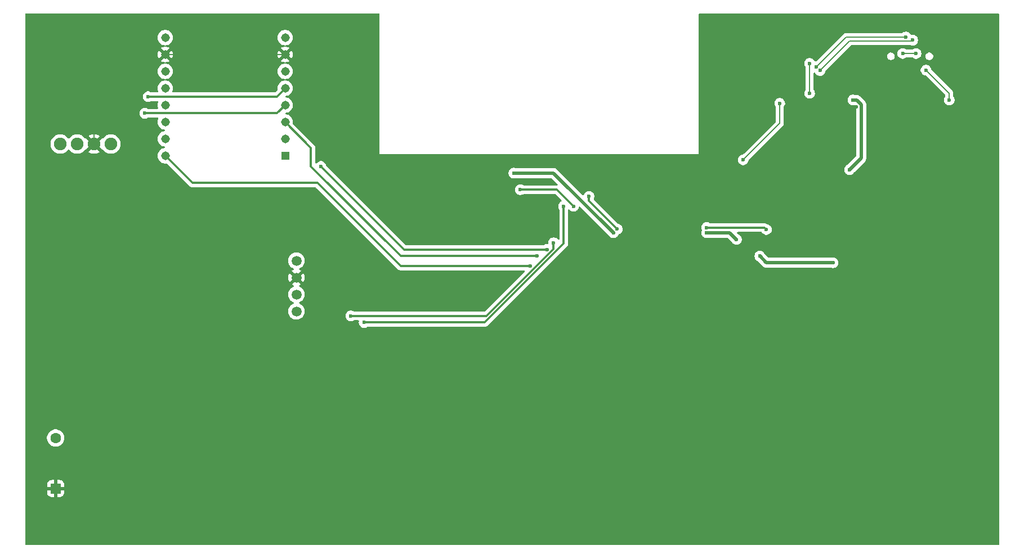
<source format=gbr>
%TF.GenerationSoftware,KiCad,Pcbnew,9.0.1*%
%TF.CreationDate,2025-10-26T11:51:32+05:30*%
%TF.ProjectId,SoundTab,536f756e-6454-4616-922e-6b696361645f,rev?*%
%TF.SameCoordinates,Original*%
%TF.FileFunction,Copper,L2,Bot*%
%TF.FilePolarity,Positive*%
%FSLAX46Y46*%
G04 Gerber Fmt 4.6, Leading zero omitted, Abs format (unit mm)*
G04 Created by KiCad (PCBNEW 9.0.1) date 2025-10-26 11:51:32*
%MOMM*%
%LPD*%
G01*
G04 APERTURE LIST*
G04 Aperture macros list*
%AMRoundRect*
0 Rectangle with rounded corners*
0 $1 Rounding radius*
0 $2 $3 $4 $5 $6 $7 $8 $9 X,Y pos of 4 corners*
0 Add a 4 corners polygon primitive as box body*
4,1,4,$2,$3,$4,$5,$6,$7,$8,$9,$2,$3,0*
0 Add four circle primitives for the rounded corners*
1,1,$1+$1,$2,$3*
1,1,$1+$1,$4,$5*
1,1,$1+$1,$6,$7*
1,1,$1+$1,$8,$9*
0 Add four rect primitives between the rounded corners*
20,1,$1+$1,$2,$3,$4,$5,0*
20,1,$1+$1,$4,$5,$6,$7,0*
20,1,$1+$1,$6,$7,$8,$9,0*
20,1,$1+$1,$8,$9,$2,$3,0*%
G04 Aperture macros list end*
%TA.AperFunction,ComponentPad*%
%ADD10C,1.500000*%
%TD*%
%TA.AperFunction,ComponentPad*%
%ADD11C,1.600000*%
%TD*%
%TA.AperFunction,ComponentPad*%
%ADD12RoundRect,0.250000X-0.550000X0.550000X-0.550000X-0.550000X0.550000X-0.550000X0.550000X0.550000X0*%
%TD*%
%TA.AperFunction,ComponentPad*%
%ADD13R,1.308000X1.308000*%
%TD*%
%TA.AperFunction,ComponentPad*%
%ADD14C,1.308000*%
%TD*%
%TA.AperFunction,ComponentPad*%
%ADD15C,1.905000*%
%TD*%
%TA.AperFunction,HeatsinkPad*%
%ADD16C,0.600000*%
%TD*%
%TA.AperFunction,ViaPad*%
%ADD17C,0.600000*%
%TD*%
%TA.AperFunction,Conductor*%
%ADD18C,0.200000*%
%TD*%
%TA.AperFunction,Conductor*%
%ADD19C,0.500000*%
%TD*%
%TA.AperFunction,Conductor*%
%ADD20C,0.300000*%
%TD*%
G04 APERTURE END LIST*
D10*
%TO.P,U8,1,VCC*%
%TO.N,/VCC_3v3*%
X113320000Y-97190000D03*
%TO.P,U8,2,GND*%
%TO.N,GND*%
X113320000Y-99730000D03*
%TO.P,U8,3,SCL*%
%TO.N,Net-(U8-SCL)*%
X113320000Y-102270000D03*
%TO.P,U8,4,SDA*%
%TO.N,Net-(U8-SDA)*%
X113320000Y-104810000D03*
%TD*%
D11*
%TO.P,U3,1,Positive*%
%TO.N,Net-(SW6-A)*%
X77102500Y-123880000D03*
D12*
%TO.P,U3,2,Negative*%
%TO.N,GND*%
X77102500Y-131500000D03*
%TD*%
D13*
%TO.P,U1,1,VCC*%
%TO.N,/VCC_3v3*%
X111619500Y-81390000D03*
D14*
%TO.P,U1,2,RX*%
%TO.N,/DF_RX*%
X111619500Y-78850000D03*
%TO.P,U1,3,TX*%
%TO.N,/DF_TX*%
X111619500Y-76310000D03*
%TO.P,U1,4,DAC_R*%
%TO.N,/DAC_R*%
X111619500Y-73770000D03*
%TO.P,U1,5,DAC_L*%
%TO.N,/DAC_L*%
X111619500Y-71230000D03*
%TO.P,U1,6,SPK1*%
%TO.N,unconnected-(U1-SPK1-Pad6)*%
X111619500Y-68690000D03*
%TO.P,U1,7,GND*%
%TO.N,GND*%
X111619500Y-66150000D03*
%TO.P,U1,8,SPK2*%
%TO.N,unconnected-(U1-SPK2-Pad8)*%
X111619500Y-63610000D03*
%TO.P,U1,9,IO1*%
%TO.N,unconnected-(U1-IO1-Pad9)*%
X93585500Y-63610000D03*
%TO.P,U1,10,GND*%
%TO.N,GND*%
X93585500Y-66150000D03*
%TO.P,U1,11,IO2*%
%TO.N,unconnected-(U1-IO2-Pad11)*%
X93585500Y-68690000D03*
%TO.P,U1,12,ADKEY1*%
%TO.N,unconnected-(U1-ADKEY1-Pad12)*%
X93585500Y-71230000D03*
%TO.P,U1,13,ADKEY2*%
%TO.N,unconnected-(U1-ADKEY2-Pad13)*%
X93585500Y-73770000D03*
%TO.P,U1,14,USB+*%
%TO.N,unconnected-(U1-USB+-Pad14)*%
X93585500Y-76310000D03*
%TO.P,U1,15,USB-*%
%TO.N,unconnected-(U1-USB--Pad15)*%
X93585500Y-78850000D03*
%TO.P,U1,16,BUSY*%
%TO.N,/BUSY*%
X93585500Y-81390000D03*
%TD*%
D15*
%TO.P,U4,1,Sleeve*%
%TO.N,/MIC*%
X85412500Y-79620000D03*
%TO.P,U4,2,Ring_2*%
%TO.N,GND*%
X82872500Y-79620000D03*
%TO.P,U4,3,Ring_1*%
%TO.N,/DAC_R*%
X80332500Y-79620000D03*
%TO.P,U4,4,Tip*%
%TO.N,/DAC_L*%
X77792500Y-79620000D03*
%TD*%
D16*
%TO.P,U2,39,GND*%
%TO.N,GND*%
X147602500Y-89262500D03*
X147602500Y-90787500D03*
X148365000Y-88500000D03*
X148365000Y-90025000D03*
X148365000Y-91550000D03*
X149127500Y-89262500D03*
X149127500Y-90787500D03*
X149890000Y-88500000D03*
X149890000Y-90025000D03*
X149890000Y-91550000D03*
X150652500Y-89262500D03*
X150652500Y-90787500D03*
%TD*%
D17*
%TO.N,GND*%
X195500000Y-90000000D03*
X136000000Y-100000000D03*
X80000000Y-97500000D03*
X194000000Y-74000000D03*
X86000000Y-116500000D03*
X191500000Y-70900000D03*
X142000000Y-100500000D03*
X195653500Y-94824000D03*
X197500000Y-74000000D03*
%TO.N,/VCC_3v3*%
X161000000Y-93000000D03*
X175000000Y-93000000D03*
X190500000Y-72000000D03*
X197002500Y-73000000D03*
X194000000Y-97500000D03*
X196500000Y-83500000D03*
X179500000Y-94000000D03*
X190500000Y-67500000D03*
X183000000Y-96500000D03*
X146000000Y-84000000D03*
%TO.N,/AUTO_EN*%
X175000000Y-92199997D03*
X155000000Y-89000000D03*
X147000000Y-86500000D03*
X161565687Y-92434313D03*
X157307498Y-87500000D03*
X184000000Y-92500000D03*
%TO.N,Net-(U5-~{RTS})*%
X180500000Y-82000000D03*
X186000000Y-73500000D03*
%TO.N,Net-(F1-Pad1)*%
X211500000Y-73000000D03*
X208000000Y-68500000D03*
X206500000Y-66000000D03*
X204500000Y-66000000D03*
%TO.N,/I2C_SCL*%
X123500000Y-106500000D03*
X153500000Y-89000000D03*
%TO.N,/I2C_SDA*%
X152000000Y-94500000D03*
X121500000Y-105500000D03*
%TO.N,/BUSY*%
X148500000Y-98000000D03*
%TO.N,/DAC_R*%
X90500000Y-75000000D03*
%TO.N,/DF_TX*%
X149500000Y-96500000D03*
%TO.N,/DF_RX*%
X117000000Y-83000000D03*
X151000000Y-95500000D03*
%TO.N,/DAC_L*%
X91000000Y-72500000D03*
%TO.N,/D+*%
X192065687Y-68565687D03*
X206000000Y-64000000D03*
%TO.N,/D-*%
X191500000Y-68000000D03*
X205000000Y-63500000D03*
%TD*%
D18*
%TO.N,GND*%
X136000000Y-100000000D02*
X136500000Y-100500000D01*
X136500000Y-100500000D02*
X142000000Y-100500000D01*
X93585500Y-66150000D02*
X111619500Y-66150000D01*
X80000000Y-97500000D02*
X84000000Y-97500000D01*
X195500000Y-94670500D02*
X195653500Y-94824000D01*
X197500000Y-74000000D02*
X194000000Y-74000000D01*
X191500000Y-71500000D02*
X194000000Y-74000000D01*
X191500000Y-70900000D02*
X191500000Y-71500000D01*
X82872500Y-79620000D02*
X82872500Y-76863000D01*
X84000000Y-97500000D02*
X85500000Y-99000000D01*
X85500000Y-99000000D02*
X85500000Y-116000000D01*
X85500000Y-116000000D02*
X86000000Y-116500000D01*
X82872500Y-76863000D02*
X93585500Y-66150000D01*
X195500000Y-90000000D02*
X195500000Y-94670500D01*
D19*
%TO.N,/VCC_3v3*%
X194000000Y-97500000D02*
X184000000Y-97500000D01*
X152000000Y-84000000D02*
X146000000Y-84000000D01*
X178500000Y-93000000D02*
X179500000Y-94000000D01*
X161000000Y-93000000D02*
X152000000Y-84000000D01*
X198251000Y-73688925D02*
X197562075Y-73000000D01*
D18*
X190500000Y-67500000D02*
X190500000Y-72000000D01*
D19*
X197562075Y-73000000D02*
X197002500Y-73000000D01*
X196500000Y-83500000D02*
X198251000Y-81749000D01*
X184000000Y-97500000D02*
X183000000Y-96500000D01*
X198251000Y-81749000D02*
X198251000Y-73688925D01*
X175000000Y-93000000D02*
X178500000Y-93000000D01*
D20*
%TO.N,/AUTO_EN*%
X157307498Y-87500000D02*
X157307498Y-88176124D01*
X147000000Y-86500000D02*
X152500000Y-86500000D01*
X183699997Y-92199997D02*
X184000000Y-92500000D01*
X175000000Y-92199997D02*
X183699997Y-92199997D01*
X157307498Y-88176124D02*
X161565687Y-92434313D01*
X152500000Y-86500000D02*
X155000000Y-89000000D01*
D18*
%TO.N,Net-(U5-~{RTS})*%
X186000000Y-76500000D02*
X181000000Y-81500000D01*
X186000000Y-73500000D02*
X186000000Y-76500000D01*
X181000000Y-81500000D02*
X180500000Y-82000000D01*
%TO.N,Net-(F1-Pad1)*%
X204500000Y-66000000D02*
X206500000Y-66000000D01*
X211500000Y-72000000D02*
X211500000Y-73000000D01*
X208000000Y-68500000D02*
X211500000Y-72000000D01*
D20*
%TO.N,/I2C_SCL*%
X141629174Y-106500000D02*
X123500000Y-106500000D01*
X153500000Y-89000000D02*
X153500000Y-94629174D01*
X153500000Y-94629174D02*
X141629174Y-106500000D01*
%TO.N,/I2C_SDA*%
X152000000Y-94500000D02*
X152000000Y-95420654D01*
X152000000Y-95420654D02*
X141920654Y-105500000D01*
X141920654Y-105500000D02*
X121500000Y-105500000D01*
%TO.N,/BUSY*%
X116500000Y-85500000D02*
X97695500Y-85500000D01*
X129000000Y-98000000D02*
X116500000Y-85500000D01*
X148500000Y-98000000D02*
X129000000Y-98000000D01*
X97695500Y-85500000D02*
X93585500Y-81390000D01*
%TO.N,/DAC_R*%
X110389500Y-75000000D02*
X111619500Y-73770000D01*
X90500000Y-75000000D02*
X110389500Y-75000000D01*
%TO.N,/DF_TX*%
X115500000Y-80190500D02*
X111619500Y-76310000D01*
X129000000Y-96500000D02*
X115500000Y-83000000D01*
X115500000Y-83000000D02*
X115500000Y-80190500D01*
X149500000Y-96500000D02*
X129000000Y-96500000D01*
%TO.N,/DF_RX*%
X151000000Y-95500000D02*
X129500000Y-95500000D01*
X129500000Y-95500000D02*
X117000000Y-83000000D01*
%TO.N,/DAC_L*%
X91000000Y-72500000D02*
X110349500Y-72500000D01*
X110349500Y-72500000D02*
X111619500Y-71230000D01*
D18*
%TO.N,/D+*%
X192065687Y-68565687D02*
X196530374Y-64101000D01*
X205899000Y-64101000D02*
X206000000Y-64000000D01*
X196530374Y-64101000D02*
X205899000Y-64101000D01*
%TO.N,/D-*%
X191500000Y-68000000D02*
X196000000Y-63500000D01*
X196000000Y-63500000D02*
X205000000Y-63500000D01*
%TD*%
%TA.AperFunction,Conductor*%
%TO.N,GND*%
G36*
X125769677Y-60020185D02*
G01*
X125815432Y-60072989D01*
X125825376Y-60142147D01*
X125807500Y-60181290D01*
X125807500Y-60195000D01*
X125807500Y-81135000D01*
X173807500Y-81135000D01*
X173807500Y-67421153D01*
X189699500Y-67421153D01*
X189699500Y-67578846D01*
X189730261Y-67733489D01*
X189730264Y-67733501D01*
X189790602Y-67879172D01*
X189790609Y-67879185D01*
X189878602Y-68010874D01*
X189899480Y-68077551D01*
X189899500Y-68079765D01*
X189899500Y-71420234D01*
X189879815Y-71487273D01*
X189878602Y-71489125D01*
X189790609Y-71620814D01*
X189790602Y-71620827D01*
X189730264Y-71766498D01*
X189730261Y-71766510D01*
X189699500Y-71921153D01*
X189699500Y-72078846D01*
X189730261Y-72233489D01*
X189730264Y-72233501D01*
X189790602Y-72379172D01*
X189790609Y-72379185D01*
X189878210Y-72510288D01*
X189878213Y-72510292D01*
X189989707Y-72621786D01*
X189989711Y-72621789D01*
X190120814Y-72709390D01*
X190120827Y-72709397D01*
X190258683Y-72766498D01*
X190266503Y-72769737D01*
X190421153Y-72800499D01*
X190421156Y-72800500D01*
X190421158Y-72800500D01*
X190578844Y-72800500D01*
X190578845Y-72800499D01*
X190733497Y-72769737D01*
X190879179Y-72709394D01*
X191010289Y-72621789D01*
X191121789Y-72510289D01*
X191209394Y-72379179D01*
X191269737Y-72233497D01*
X191300500Y-72078842D01*
X191300500Y-71921158D01*
X191300500Y-71921155D01*
X191300499Y-71921153D01*
X191286246Y-71849500D01*
X191269737Y-71766503D01*
X191257829Y-71737754D01*
X191209397Y-71620827D01*
X191209390Y-71620814D01*
X191121398Y-71489125D01*
X191100520Y-71422447D01*
X191100500Y-71420234D01*
X191100500Y-68950717D01*
X191120185Y-68883678D01*
X191172989Y-68837923D01*
X191242147Y-68827979D01*
X191305703Y-68857004D01*
X191339061Y-68903265D01*
X191356289Y-68944859D01*
X191356296Y-68944872D01*
X191443897Y-69075975D01*
X191443900Y-69075979D01*
X191555394Y-69187473D01*
X191555398Y-69187476D01*
X191686501Y-69275077D01*
X191686514Y-69275084D01*
X191826393Y-69333023D01*
X191832190Y-69335424D01*
X191986840Y-69366186D01*
X191986843Y-69366187D01*
X191986845Y-69366187D01*
X192144531Y-69366187D01*
X192144532Y-69366186D01*
X192299184Y-69335424D01*
X192444866Y-69275081D01*
X192575976Y-69187476D01*
X192687476Y-69075976D01*
X192775081Y-68944866D01*
X192835424Y-68799184D01*
X192866187Y-68644529D01*
X192866325Y-68643837D01*
X192898710Y-68581926D01*
X192900205Y-68580403D01*
X193059455Y-68421153D01*
X207199500Y-68421153D01*
X207199500Y-68578846D01*
X207230261Y-68733489D01*
X207230264Y-68733501D01*
X207290602Y-68879172D01*
X207290609Y-68879185D01*
X207378210Y-69010288D01*
X207378213Y-69010292D01*
X207489707Y-69121786D01*
X207489711Y-69121789D01*
X207620814Y-69209390D01*
X207620827Y-69209397D01*
X207766498Y-69269735D01*
X207766503Y-69269737D01*
X207831147Y-69282595D01*
X207921849Y-69300638D01*
X207983760Y-69333023D01*
X207985339Y-69334574D01*
X210863181Y-72212416D01*
X210877884Y-72239343D01*
X210894477Y-72265162D01*
X210895368Y-72271362D01*
X210896666Y-72273739D01*
X210899500Y-72300097D01*
X210899500Y-72420234D01*
X210879815Y-72487273D01*
X210878602Y-72489125D01*
X210790609Y-72620814D01*
X210790602Y-72620827D01*
X210730264Y-72766498D01*
X210730261Y-72766510D01*
X210699500Y-72921153D01*
X210699500Y-73078846D01*
X210730261Y-73233489D01*
X210730264Y-73233501D01*
X210790602Y-73379172D01*
X210790609Y-73379185D01*
X210878210Y-73510288D01*
X210878213Y-73510292D01*
X210989707Y-73621786D01*
X210989711Y-73621789D01*
X211120814Y-73709390D01*
X211120827Y-73709397D01*
X211242143Y-73759647D01*
X211266503Y-73769737D01*
X211421153Y-73800499D01*
X211421156Y-73800500D01*
X211421158Y-73800500D01*
X211578844Y-73800500D01*
X211578845Y-73800499D01*
X211733497Y-73769737D01*
X211879179Y-73709394D01*
X212010289Y-73621789D01*
X212121789Y-73510289D01*
X212209394Y-73379179D01*
X212269737Y-73233497D01*
X212300500Y-73078842D01*
X212300500Y-72921158D01*
X212300500Y-72921155D01*
X212300499Y-72921153D01*
X212274531Y-72790606D01*
X212269737Y-72766503D01*
X212256062Y-72733489D01*
X212209397Y-72620827D01*
X212209390Y-72620814D01*
X212121398Y-72489125D01*
X212100520Y-72422447D01*
X212100500Y-72420234D01*
X212100500Y-71920945D01*
X212100500Y-71920943D01*
X212059577Y-71768216D01*
X212004705Y-71673174D01*
X211980524Y-71631290D01*
X211980521Y-71631286D01*
X211980520Y-71631284D01*
X211868716Y-71519480D01*
X211868715Y-71519479D01*
X211864385Y-71515149D01*
X211864374Y-71515139D01*
X208834574Y-68485339D01*
X208801089Y-68424016D01*
X208800638Y-68421849D01*
X208769738Y-68266510D01*
X208769737Y-68266503D01*
X208769735Y-68266498D01*
X208709397Y-68120827D01*
X208709390Y-68120814D01*
X208621789Y-67989711D01*
X208621786Y-67989707D01*
X208510292Y-67878213D01*
X208510288Y-67878210D01*
X208379185Y-67790609D01*
X208379172Y-67790602D01*
X208233501Y-67730264D01*
X208233489Y-67730261D01*
X208078845Y-67699500D01*
X208078842Y-67699500D01*
X207921158Y-67699500D01*
X207921155Y-67699500D01*
X207766510Y-67730261D01*
X207766498Y-67730264D01*
X207620827Y-67790602D01*
X207620814Y-67790609D01*
X207489711Y-67878210D01*
X207489707Y-67878213D01*
X207378213Y-67989707D01*
X207378210Y-67989711D01*
X207290609Y-68120814D01*
X207290602Y-68120827D01*
X207230264Y-68266498D01*
X207230261Y-68266510D01*
X207199500Y-68421153D01*
X193059455Y-68421153D01*
X195137125Y-66343484D01*
X202137000Y-66343484D01*
X202137000Y-66495016D01*
X202141093Y-66510292D01*
X202176219Y-66641386D01*
X202209772Y-66699500D01*
X202251985Y-66772615D01*
X202359135Y-66879765D01*
X202490365Y-66955531D01*
X202636734Y-66994750D01*
X202636736Y-66994750D01*
X202788264Y-66994750D01*
X202788266Y-66994750D01*
X202934635Y-66955531D01*
X203065865Y-66879765D01*
X203173015Y-66772615D01*
X203248781Y-66641385D01*
X203288000Y-66495016D01*
X203288000Y-66343484D01*
X203248781Y-66197115D01*
X203173015Y-66065885D01*
X203065865Y-65958735D01*
X203000771Y-65921153D01*
X203699500Y-65921153D01*
X203699500Y-66078846D01*
X203730261Y-66233489D01*
X203730264Y-66233501D01*
X203790602Y-66379172D01*
X203790609Y-66379185D01*
X203878210Y-66510288D01*
X203878213Y-66510292D01*
X203989707Y-66621786D01*
X203989711Y-66621789D01*
X204120814Y-66709390D01*
X204120827Y-66709397D01*
X204266498Y-66769735D01*
X204266503Y-66769737D01*
X204421153Y-66800499D01*
X204421156Y-66800500D01*
X204421158Y-66800500D01*
X204578844Y-66800500D01*
X204578845Y-66800499D01*
X204733497Y-66769737D01*
X204879179Y-66709394D01*
X204879185Y-66709390D01*
X205010875Y-66621398D01*
X205077553Y-66600520D01*
X205079766Y-66600500D01*
X205920234Y-66600500D01*
X205987273Y-66620185D01*
X205989125Y-66621398D01*
X206120814Y-66709390D01*
X206120827Y-66709397D01*
X206266498Y-66769735D01*
X206266503Y-66769737D01*
X206421153Y-66800499D01*
X206421156Y-66800500D01*
X206421158Y-66800500D01*
X206578844Y-66800500D01*
X206578845Y-66800499D01*
X206733497Y-66769737D01*
X206879179Y-66709394D01*
X207010289Y-66621789D01*
X207121789Y-66510289D01*
X207209394Y-66379179D01*
X207209397Y-66379172D01*
X207224179Y-66343484D01*
X207917000Y-66343484D01*
X207917000Y-66495016D01*
X207921093Y-66510292D01*
X207956219Y-66641386D01*
X207989772Y-66699500D01*
X208031985Y-66772615D01*
X208139135Y-66879765D01*
X208270365Y-66955531D01*
X208416734Y-66994750D01*
X208416736Y-66994750D01*
X208568264Y-66994750D01*
X208568266Y-66994750D01*
X208714635Y-66955531D01*
X208845865Y-66879765D01*
X208953015Y-66772615D01*
X209028781Y-66641385D01*
X209068000Y-66495016D01*
X209068000Y-66343484D01*
X209028781Y-66197115D01*
X208953015Y-66065885D01*
X208845865Y-65958735D01*
X208751744Y-65904394D01*
X208714636Y-65882969D01*
X208641450Y-65863359D01*
X208568266Y-65843750D01*
X208416734Y-65843750D01*
X208270363Y-65882969D01*
X208139135Y-65958735D01*
X208139132Y-65958737D01*
X208031987Y-66065882D01*
X208031985Y-66065885D01*
X207956219Y-66197113D01*
X207944508Y-66240821D01*
X207917000Y-66343484D01*
X207224179Y-66343484D01*
X207247201Y-66287905D01*
X207269735Y-66233501D01*
X207269737Y-66233497D01*
X207300500Y-66078842D01*
X207300500Y-65921158D01*
X207300500Y-65921155D01*
X207300499Y-65921153D01*
X207285102Y-65843750D01*
X207269737Y-65766503D01*
X207262901Y-65750000D01*
X207209397Y-65620827D01*
X207209390Y-65620814D01*
X207121789Y-65489711D01*
X207121786Y-65489707D01*
X207010292Y-65378213D01*
X207010288Y-65378210D01*
X206879185Y-65290609D01*
X206879172Y-65290602D01*
X206733501Y-65230264D01*
X206733489Y-65230261D01*
X206578845Y-65199500D01*
X206578842Y-65199500D01*
X206421158Y-65199500D01*
X206421155Y-65199500D01*
X206266510Y-65230261D01*
X206266498Y-65230264D01*
X206120827Y-65290602D01*
X206120814Y-65290609D01*
X205989125Y-65378602D01*
X205922447Y-65399480D01*
X205920234Y-65399500D01*
X205079766Y-65399500D01*
X205012727Y-65379815D01*
X205010875Y-65378602D01*
X204879185Y-65290609D01*
X204879172Y-65290602D01*
X204733501Y-65230264D01*
X204733489Y-65230261D01*
X204578845Y-65199500D01*
X204578842Y-65199500D01*
X204421158Y-65199500D01*
X204421155Y-65199500D01*
X204266510Y-65230261D01*
X204266498Y-65230264D01*
X204120827Y-65290602D01*
X204120814Y-65290609D01*
X203989711Y-65378210D01*
X203989707Y-65378213D01*
X203878213Y-65489707D01*
X203878210Y-65489711D01*
X203790609Y-65620814D01*
X203790602Y-65620827D01*
X203730264Y-65766498D01*
X203730261Y-65766510D01*
X203699500Y-65921153D01*
X203000771Y-65921153D01*
X202971744Y-65904394D01*
X202934636Y-65882969D01*
X202861450Y-65863359D01*
X202788266Y-65843750D01*
X202636734Y-65843750D01*
X202490363Y-65882969D01*
X202359135Y-65958735D01*
X202359132Y-65958737D01*
X202251987Y-66065882D01*
X202251985Y-66065885D01*
X202176219Y-66197113D01*
X202164508Y-66240821D01*
X202137000Y-66343484D01*
X195137125Y-66343484D01*
X196742790Y-64737819D01*
X196804113Y-64704334D01*
X196830471Y-64701500D01*
X205577098Y-64701500D01*
X205624550Y-64710939D01*
X205766498Y-64769735D01*
X205766503Y-64769737D01*
X205921153Y-64800499D01*
X205921156Y-64800500D01*
X205921158Y-64800500D01*
X206078844Y-64800500D01*
X206078845Y-64800499D01*
X206233497Y-64769737D01*
X206379179Y-64709394D01*
X206510289Y-64621789D01*
X206621789Y-64510289D01*
X206709394Y-64379179D01*
X206769737Y-64233497D01*
X206800500Y-64078842D01*
X206800500Y-63921158D01*
X206800500Y-63921155D01*
X206800499Y-63921153D01*
X206769738Y-63766510D01*
X206769737Y-63766503D01*
X206769735Y-63766498D01*
X206709397Y-63620827D01*
X206709390Y-63620814D01*
X206621789Y-63489711D01*
X206621786Y-63489707D01*
X206510292Y-63378213D01*
X206510288Y-63378210D01*
X206379185Y-63290609D01*
X206379172Y-63290602D01*
X206233501Y-63230264D01*
X206233489Y-63230261D01*
X206078845Y-63199500D01*
X206078842Y-63199500D01*
X205921158Y-63199500D01*
X205921153Y-63199500D01*
X205855431Y-63212573D01*
X205785839Y-63206346D01*
X205730662Y-63163482D01*
X205716679Y-63138409D01*
X205709394Y-63120821D01*
X205709393Y-63120819D01*
X205709392Y-63120817D01*
X205621789Y-62989711D01*
X205621786Y-62989707D01*
X205510292Y-62878213D01*
X205510288Y-62878210D01*
X205379185Y-62790609D01*
X205379172Y-62790602D01*
X205233501Y-62730264D01*
X205233489Y-62730261D01*
X205078845Y-62699500D01*
X205078842Y-62699500D01*
X204921158Y-62699500D01*
X204921155Y-62699500D01*
X204766510Y-62730261D01*
X204766498Y-62730264D01*
X204620827Y-62790602D01*
X204620814Y-62790609D01*
X204489125Y-62878602D01*
X204422447Y-62899480D01*
X204420234Y-62899500D01*
X196086669Y-62899500D01*
X196086653Y-62899499D01*
X196079057Y-62899499D01*
X195920943Y-62899499D01*
X195813587Y-62928265D01*
X195768210Y-62940424D01*
X195768209Y-62940425D01*
X195718096Y-62969359D01*
X195718095Y-62969360D01*
X195682853Y-62989707D01*
X195631285Y-63019479D01*
X195631282Y-63019481D01*
X191485339Y-67165425D01*
X191468743Y-67174487D01*
X191455134Y-67187619D01*
X191425636Y-67198025D01*
X191424016Y-67198910D01*
X191421850Y-67199361D01*
X191355432Y-67212573D01*
X191285841Y-67206346D01*
X191230663Y-67163484D01*
X191216679Y-67138409D01*
X191209394Y-67120821D01*
X191209393Y-67120819D01*
X191209392Y-67120817D01*
X191121789Y-66989711D01*
X191121786Y-66989707D01*
X191010292Y-66878213D01*
X191010288Y-66878210D01*
X190879185Y-66790609D01*
X190879172Y-66790602D01*
X190733501Y-66730264D01*
X190733489Y-66730261D01*
X190578845Y-66699500D01*
X190578842Y-66699500D01*
X190421158Y-66699500D01*
X190421155Y-66699500D01*
X190266510Y-66730261D01*
X190266498Y-66730264D01*
X190120827Y-66790602D01*
X190120814Y-66790609D01*
X189989711Y-66878210D01*
X189989707Y-66878213D01*
X189878213Y-66989707D01*
X189878210Y-66989711D01*
X189790609Y-67120814D01*
X189790602Y-67120827D01*
X189730264Y-67266498D01*
X189730261Y-67266510D01*
X189699500Y-67421153D01*
X173807500Y-67421153D01*
X173807500Y-60180716D01*
X173791196Y-60150858D01*
X173796180Y-60081166D01*
X173838052Y-60025233D01*
X173903516Y-60000816D01*
X173912362Y-60000500D01*
X218875500Y-60000500D01*
X218942539Y-60020185D01*
X218988294Y-60072989D01*
X218999500Y-60124500D01*
X218999500Y-139875500D01*
X218979815Y-139942539D01*
X218927011Y-139988294D01*
X218875500Y-139999500D01*
X72624500Y-139999500D01*
X72557461Y-139979815D01*
X72511706Y-139927011D01*
X72500500Y-139875500D01*
X72500500Y-130900013D01*
X75802500Y-130900013D01*
X75802500Y-131250000D01*
X76786814Y-131250000D01*
X76782420Y-131254394D01*
X76729759Y-131345606D01*
X76702500Y-131447339D01*
X76702500Y-131552661D01*
X76729759Y-131654394D01*
X76782420Y-131745606D01*
X76786814Y-131750000D01*
X75802501Y-131750000D01*
X75802501Y-132099986D01*
X75812994Y-132202697D01*
X75868141Y-132369119D01*
X75868143Y-132369124D01*
X75960184Y-132518345D01*
X76084154Y-132642315D01*
X76233375Y-132734356D01*
X76233380Y-132734358D01*
X76399802Y-132789505D01*
X76399809Y-132789506D01*
X76502519Y-132799999D01*
X76852499Y-132799999D01*
X76852500Y-132799998D01*
X76852500Y-131815686D01*
X76856894Y-131820080D01*
X76948106Y-131872741D01*
X77049839Y-131900000D01*
X77155161Y-131900000D01*
X77256894Y-131872741D01*
X77348106Y-131820080D01*
X77352500Y-131815686D01*
X77352500Y-132799999D01*
X77702472Y-132799999D01*
X77702486Y-132799998D01*
X77805197Y-132789505D01*
X77971619Y-132734358D01*
X77971624Y-132734356D01*
X78120845Y-132642315D01*
X78244815Y-132518345D01*
X78336856Y-132369124D01*
X78336858Y-132369119D01*
X78392005Y-132202697D01*
X78392006Y-132202690D01*
X78402499Y-132099986D01*
X78402500Y-132099973D01*
X78402500Y-131750000D01*
X77418186Y-131750000D01*
X77422580Y-131745606D01*
X77475241Y-131654394D01*
X77502500Y-131552661D01*
X77502500Y-131447339D01*
X77475241Y-131345606D01*
X77422580Y-131254394D01*
X77418186Y-131250000D01*
X78402499Y-131250000D01*
X78402499Y-130900028D01*
X78402498Y-130900013D01*
X78392005Y-130797302D01*
X78336858Y-130630880D01*
X78336856Y-130630875D01*
X78244815Y-130481654D01*
X78120845Y-130357684D01*
X77971624Y-130265643D01*
X77971619Y-130265641D01*
X77805197Y-130210494D01*
X77805190Y-130210493D01*
X77702486Y-130200000D01*
X77352500Y-130200000D01*
X77352500Y-131184314D01*
X77348106Y-131179920D01*
X77256894Y-131127259D01*
X77155161Y-131100000D01*
X77049839Y-131100000D01*
X76948106Y-131127259D01*
X76856894Y-131179920D01*
X76852500Y-131184314D01*
X76852500Y-130200000D01*
X76502528Y-130200000D01*
X76502512Y-130200001D01*
X76399802Y-130210494D01*
X76233380Y-130265641D01*
X76233375Y-130265643D01*
X76084154Y-130357684D01*
X75960184Y-130481654D01*
X75868143Y-130630875D01*
X75868141Y-130630880D01*
X75812994Y-130797302D01*
X75812993Y-130797309D01*
X75802500Y-130900013D01*
X72500500Y-130900013D01*
X72500500Y-123777648D01*
X75802000Y-123777648D01*
X75802000Y-123982351D01*
X75834022Y-124184534D01*
X75897281Y-124379223D01*
X75990215Y-124561613D01*
X76110528Y-124727213D01*
X76255286Y-124871971D01*
X76410249Y-124984556D01*
X76420890Y-124992287D01*
X76537107Y-125051503D01*
X76603276Y-125085218D01*
X76603278Y-125085218D01*
X76603281Y-125085220D01*
X76707637Y-125119127D01*
X76797965Y-125148477D01*
X76899057Y-125164488D01*
X77000148Y-125180500D01*
X77000149Y-125180500D01*
X77204851Y-125180500D01*
X77204852Y-125180500D01*
X77407034Y-125148477D01*
X77601719Y-125085220D01*
X77784110Y-124992287D01*
X77877090Y-124924732D01*
X77949713Y-124871971D01*
X77949715Y-124871968D01*
X77949719Y-124871966D01*
X78094466Y-124727219D01*
X78094468Y-124727215D01*
X78094471Y-124727213D01*
X78147232Y-124654590D01*
X78214787Y-124561610D01*
X78307720Y-124379219D01*
X78370977Y-124184534D01*
X78403000Y-123982352D01*
X78403000Y-123777648D01*
X78370977Y-123575466D01*
X78307720Y-123380781D01*
X78307718Y-123380778D01*
X78307718Y-123380776D01*
X78274003Y-123314607D01*
X78214787Y-123198390D01*
X78207056Y-123187749D01*
X78094471Y-123032786D01*
X77949713Y-122888028D01*
X77784113Y-122767715D01*
X77784112Y-122767714D01*
X77784110Y-122767713D01*
X77727153Y-122738691D01*
X77601723Y-122674781D01*
X77407034Y-122611522D01*
X77232495Y-122583878D01*
X77204852Y-122579500D01*
X77000148Y-122579500D01*
X76975829Y-122583351D01*
X76797965Y-122611522D01*
X76603276Y-122674781D01*
X76420886Y-122767715D01*
X76255286Y-122888028D01*
X76110528Y-123032786D01*
X75990215Y-123198386D01*
X75897281Y-123380776D01*
X75834022Y-123575465D01*
X75802000Y-123777648D01*
X72500500Y-123777648D01*
X72500500Y-97091577D01*
X112069500Y-97091577D01*
X112069500Y-97288422D01*
X112100290Y-97482826D01*
X112161117Y-97670029D01*
X112193452Y-97733489D01*
X112250476Y-97845405D01*
X112366172Y-98004646D01*
X112505354Y-98143828D01*
X112612479Y-98221659D01*
X112664596Y-98259525D01*
X112841763Y-98349795D01*
X112892560Y-98397769D01*
X112909355Y-98465590D01*
X112886818Y-98531725D01*
X112841764Y-98570765D01*
X112664859Y-98660902D01*
X112629873Y-98686320D01*
X112629872Y-98686320D01*
X113190590Y-99247037D01*
X113127007Y-99264075D01*
X113012993Y-99329901D01*
X112919901Y-99422993D01*
X112854075Y-99537007D01*
X112837037Y-99600590D01*
X112276320Y-99039872D01*
X112276320Y-99039873D01*
X112250902Y-99074859D01*
X112250899Y-99074863D01*
X112161582Y-99250161D01*
X112100778Y-99437294D01*
X112070000Y-99631617D01*
X112070000Y-99828382D01*
X112100778Y-100022705D01*
X112161581Y-100209835D01*
X112250905Y-100385145D01*
X112276319Y-100420125D01*
X112276320Y-100420125D01*
X112837037Y-99859408D01*
X112854075Y-99922993D01*
X112919901Y-100037007D01*
X113012993Y-100130099D01*
X113127007Y-100195925D01*
X113190590Y-100212962D01*
X112629873Y-100773677D01*
X112629873Y-100773678D01*
X112664858Y-100799096D01*
X112841764Y-100889234D01*
X112892560Y-100937209D01*
X112909355Y-101005030D01*
X112886818Y-101071164D01*
X112841764Y-101110204D01*
X112664594Y-101200476D01*
X112573741Y-101266485D01*
X112505354Y-101316172D01*
X112505352Y-101316174D01*
X112505351Y-101316174D01*
X112366174Y-101455351D01*
X112366174Y-101455352D01*
X112366172Y-101455354D01*
X112316485Y-101523741D01*
X112250476Y-101614594D01*
X112161117Y-101789970D01*
X112100290Y-101977173D01*
X112069500Y-102171577D01*
X112069500Y-102368422D01*
X112100290Y-102562826D01*
X112161117Y-102750029D01*
X112250476Y-102925405D01*
X112366172Y-103084646D01*
X112505354Y-103223828D01*
X112664595Y-103339524D01*
X112787992Y-103402397D01*
X112841213Y-103429515D01*
X112892009Y-103477489D01*
X112908804Y-103545310D01*
X112886267Y-103611445D01*
X112841213Y-103650485D01*
X112664594Y-103740476D01*
X112573741Y-103806485D01*
X112505354Y-103856172D01*
X112505352Y-103856174D01*
X112505351Y-103856174D01*
X112366174Y-103995351D01*
X112366174Y-103995352D01*
X112366172Y-103995354D01*
X112316485Y-104063741D01*
X112250476Y-104154594D01*
X112161117Y-104329970D01*
X112100290Y-104517173D01*
X112069500Y-104711577D01*
X112069500Y-104908422D01*
X112100290Y-105102826D01*
X112161117Y-105290029D01*
X112227931Y-105421158D01*
X112250476Y-105465405D01*
X112366172Y-105624646D01*
X112505354Y-105763828D01*
X112664595Y-105879524D01*
X112747455Y-105921743D01*
X112839970Y-105968882D01*
X112839972Y-105968882D01*
X112839975Y-105968884D01*
X112940317Y-106001487D01*
X113027173Y-106029709D01*
X113221578Y-106060500D01*
X113221583Y-106060500D01*
X113418422Y-106060500D01*
X113612826Y-106029709D01*
X113800025Y-105968884D01*
X113975405Y-105879524D01*
X114134646Y-105763828D01*
X114273828Y-105624646D01*
X114389524Y-105465405D01*
X114478884Y-105290025D01*
X114539709Y-105102826D01*
X114570500Y-104908422D01*
X114570500Y-104711577D01*
X114539709Y-104517173D01*
X114478882Y-104329970D01*
X114389523Y-104154594D01*
X114273828Y-103995354D01*
X114134646Y-103856172D01*
X114055025Y-103798324D01*
X113975403Y-103740474D01*
X113798787Y-103650485D01*
X113747990Y-103602511D01*
X113731195Y-103534690D01*
X113753732Y-103468555D01*
X113798787Y-103429515D01*
X113975403Y-103339525D01*
X113975402Y-103339525D01*
X113975405Y-103339524D01*
X114134646Y-103223828D01*
X114273828Y-103084646D01*
X114389524Y-102925405D01*
X114478884Y-102750025D01*
X114539709Y-102562826D01*
X114570500Y-102368422D01*
X114570500Y-102171577D01*
X114539709Y-101977173D01*
X114478882Y-101789970D01*
X114389523Y-101614594D01*
X114273828Y-101455354D01*
X114134646Y-101316172D01*
X113975405Y-101200476D01*
X113800025Y-101111116D01*
X113800024Y-101111115D01*
X113798235Y-101110204D01*
X113747439Y-101062230D01*
X113730644Y-100994409D01*
X113753181Y-100928274D01*
X113798236Y-100889234D01*
X113975141Y-100799097D01*
X114010125Y-100773678D01*
X114010126Y-100773678D01*
X113449410Y-100212962D01*
X113512993Y-100195925D01*
X113627007Y-100130099D01*
X113720099Y-100037007D01*
X113785925Y-99922993D01*
X113802962Y-99859410D01*
X114363678Y-100420126D01*
X114363678Y-100420125D01*
X114389095Y-100385143D01*
X114478418Y-100209835D01*
X114539221Y-100022705D01*
X114570000Y-99828382D01*
X114570000Y-99631617D01*
X114539221Y-99437294D01*
X114478418Y-99250164D01*
X114389096Y-99074858D01*
X114363678Y-99039873D01*
X114363677Y-99039873D01*
X113802962Y-99600589D01*
X113785925Y-99537007D01*
X113720099Y-99422993D01*
X113627007Y-99329901D01*
X113512993Y-99264075D01*
X113449409Y-99247037D01*
X114010125Y-98686320D01*
X114010125Y-98686319D01*
X113975145Y-98660905D01*
X113798235Y-98570765D01*
X113747439Y-98522790D01*
X113730644Y-98454969D01*
X113753182Y-98388834D01*
X113798236Y-98349795D01*
X113800022Y-98348884D01*
X113800025Y-98348884D01*
X113975405Y-98259524D01*
X114134646Y-98143828D01*
X114273828Y-98004646D01*
X114389524Y-97845405D01*
X114478884Y-97670025D01*
X114539709Y-97482826D01*
X114549477Y-97421153D01*
X114570500Y-97288422D01*
X114570500Y-97091577D01*
X114539709Y-96897173D01*
X114505081Y-96790602D01*
X114478884Y-96709975D01*
X114478882Y-96709972D01*
X114478882Y-96709970D01*
X114389523Y-96534594D01*
X114273828Y-96375354D01*
X114134646Y-96236172D01*
X113975405Y-96120476D01*
X113800029Y-96031117D01*
X113612826Y-95970290D01*
X113418422Y-95939500D01*
X113418417Y-95939500D01*
X113221583Y-95939500D01*
X113221578Y-95939500D01*
X113027173Y-95970290D01*
X112839970Y-96031117D01*
X112664594Y-96120476D01*
X112600200Y-96167262D01*
X112505354Y-96236172D01*
X112505352Y-96236174D01*
X112505351Y-96236174D01*
X112366174Y-96375351D01*
X112366174Y-96375352D01*
X112366172Y-96375354D01*
X112332897Y-96421153D01*
X112250476Y-96534594D01*
X112161117Y-96709970D01*
X112100290Y-96897173D01*
X112069500Y-97091577D01*
X72500500Y-97091577D01*
X72500500Y-79505646D01*
X76339500Y-79505646D01*
X76339500Y-79734354D01*
X76346069Y-79775826D01*
X76375278Y-79960246D01*
X76375278Y-79960249D01*
X76445950Y-80177755D01*
X76504264Y-80292202D01*
X76549783Y-80381538D01*
X76684214Y-80566566D01*
X76845934Y-80728286D01*
X77030962Y-80862717D01*
X77196039Y-80946828D01*
X77234744Y-80966549D01*
X77452251Y-81037221D01*
X77452252Y-81037221D01*
X77452255Y-81037222D01*
X77678146Y-81073000D01*
X77678147Y-81073000D01*
X77906853Y-81073000D01*
X77906854Y-81073000D01*
X78132745Y-81037222D01*
X78132748Y-81037221D01*
X78132749Y-81037221D01*
X78350255Y-80966549D01*
X78350255Y-80966548D01*
X78350258Y-80966548D01*
X78554038Y-80862717D01*
X78739066Y-80728286D01*
X78900786Y-80566566D01*
X78962183Y-80482059D01*
X79017512Y-80439396D01*
X79087125Y-80433417D01*
X79148920Y-80466023D01*
X79162814Y-80482056D01*
X79224214Y-80566566D01*
X79385934Y-80728286D01*
X79570962Y-80862717D01*
X79736039Y-80946828D01*
X79774744Y-80966549D01*
X79992251Y-81037221D01*
X79992252Y-81037221D01*
X79992255Y-81037222D01*
X80218146Y-81073000D01*
X80218147Y-81073000D01*
X80446853Y-81073000D01*
X80446854Y-81073000D01*
X80672745Y-81037222D01*
X80672748Y-81037221D01*
X80672749Y-81037221D01*
X80890255Y-80966549D01*
X80890255Y-80966548D01*
X80890258Y-80966548D01*
X81094038Y-80862717D01*
X81279066Y-80728286D01*
X81440786Y-80566566D01*
X81502491Y-80481635D01*
X81557821Y-80438970D01*
X81627434Y-80432991D01*
X81666790Y-80453756D01*
X81683847Y-80455099D01*
X82307887Y-79831059D01*
X82313389Y-79851591D01*
X82392381Y-79988408D01*
X82504092Y-80100119D01*
X82640909Y-80179111D01*
X82661439Y-80184612D01*
X82037399Y-80808651D01*
X82111225Y-80862288D01*
X82111231Y-80862292D01*
X82314931Y-80966082D01*
X82532375Y-81036734D01*
X82758187Y-81072500D01*
X82986813Y-81072500D01*
X83212624Y-81036734D01*
X83212625Y-81036734D01*
X83430068Y-80966082D01*
X83633776Y-80862288D01*
X83707598Y-80808651D01*
X83083559Y-80184612D01*
X83104091Y-80179111D01*
X83240908Y-80100119D01*
X83352619Y-79988408D01*
X83431611Y-79851591D01*
X83437112Y-79831060D01*
X84061151Y-80455099D01*
X84078003Y-80453772D01*
X84097199Y-80438970D01*
X84166812Y-80432989D01*
X84228607Y-80465594D01*
X84242507Y-80481634D01*
X84262678Y-80509397D01*
X84304214Y-80566566D01*
X84465934Y-80728286D01*
X84650962Y-80862717D01*
X84816039Y-80946828D01*
X84854744Y-80966549D01*
X85072251Y-81037221D01*
X85072252Y-81037221D01*
X85072255Y-81037222D01*
X85298146Y-81073000D01*
X85298147Y-81073000D01*
X85526853Y-81073000D01*
X85526854Y-81073000D01*
X85752745Y-81037222D01*
X85752748Y-81037221D01*
X85752749Y-81037221D01*
X85970255Y-80966549D01*
X85970255Y-80966548D01*
X85970258Y-80966548D01*
X86174038Y-80862717D01*
X86359066Y-80728286D01*
X86520786Y-80566566D01*
X86655217Y-80381538D01*
X86759048Y-80177758D01*
X86788612Y-80086768D01*
X86829721Y-79960249D01*
X86829721Y-79960248D01*
X86829722Y-79960245D01*
X86865500Y-79734354D01*
X86865500Y-79505646D01*
X86829722Y-79279755D01*
X86829721Y-79279751D01*
X86829721Y-79279750D01*
X86759049Y-79062244D01*
X86697201Y-78940860D01*
X86655217Y-78858462D01*
X86520786Y-78673434D01*
X86359066Y-78511714D01*
X86174038Y-78377283D01*
X85970255Y-78273450D01*
X85752748Y-78202778D01*
X85583326Y-78175944D01*
X85526854Y-78167000D01*
X85298146Y-78167000D01*
X85222849Y-78178926D01*
X85072253Y-78202778D01*
X85072250Y-78202778D01*
X84854744Y-78273450D01*
X84650961Y-78377283D01*
X84576551Y-78431346D01*
X84465934Y-78511714D01*
X84465932Y-78511716D01*
X84465931Y-78511716D01*
X84304216Y-78673431D01*
X84304209Y-78673440D01*
X84242507Y-78758364D01*
X84187177Y-78801030D01*
X84117563Y-78807008D01*
X84078210Y-78786242D01*
X84061151Y-78784899D01*
X83437112Y-79408939D01*
X83431611Y-79388409D01*
X83352619Y-79251592D01*
X83240908Y-79139881D01*
X83104091Y-79060889D01*
X83083558Y-79055387D01*
X83707599Y-78431347D01*
X83633776Y-78377711D01*
X83430068Y-78273917D01*
X83212624Y-78203265D01*
X82986813Y-78167500D01*
X82758187Y-78167500D01*
X82532375Y-78203265D01*
X82532374Y-78203265D01*
X82314931Y-78273917D01*
X82111219Y-78377713D01*
X82037400Y-78431346D01*
X82037399Y-78431347D01*
X82661440Y-79055387D01*
X82640909Y-79060889D01*
X82504092Y-79139881D01*
X82392381Y-79251592D01*
X82313389Y-79388409D01*
X82307887Y-79408940D01*
X81683847Y-78784899D01*
X81666990Y-78786226D01*
X81647793Y-78801029D01*
X81578179Y-78807007D01*
X81516385Y-78774399D01*
X81502490Y-78758362D01*
X81440788Y-78673437D01*
X81440783Y-78673431D01*
X81279068Y-78511716D01*
X81279066Y-78511714D01*
X81094038Y-78377283D01*
X80890255Y-78273450D01*
X80672748Y-78202778D01*
X80503326Y-78175944D01*
X80446854Y-78167000D01*
X80218146Y-78167000D01*
X80142849Y-78178926D01*
X79992253Y-78202778D01*
X79992250Y-78202778D01*
X79774744Y-78273450D01*
X79570961Y-78377283D01*
X79496551Y-78431346D01*
X79385934Y-78511714D01*
X79385932Y-78511716D01*
X79385931Y-78511716D01*
X79224215Y-78673432D01*
X79162818Y-78757938D01*
X79107487Y-78800603D01*
X79037874Y-78806582D01*
X78976079Y-78773976D01*
X78962182Y-78757938D01*
X78900788Y-78673437D01*
X78900786Y-78673434D01*
X78739066Y-78511714D01*
X78554038Y-78377283D01*
X78350255Y-78273450D01*
X78132748Y-78202778D01*
X77963326Y-78175944D01*
X77906854Y-78167000D01*
X77678146Y-78167000D01*
X77602849Y-78178926D01*
X77452253Y-78202778D01*
X77452250Y-78202778D01*
X77234744Y-78273450D01*
X77030961Y-78377283D01*
X76956551Y-78431346D01*
X76845934Y-78511714D01*
X76845932Y-78511716D01*
X76845931Y-78511716D01*
X76684216Y-78673431D01*
X76684216Y-78673432D01*
X76684214Y-78673434D01*
X76684212Y-78673437D01*
X76549783Y-78858461D01*
X76445950Y-79062244D01*
X76375278Y-79279750D01*
X76375278Y-79279753D01*
X76358069Y-79388409D01*
X76339500Y-79505646D01*
X72500500Y-79505646D01*
X72500500Y-74921153D01*
X89699500Y-74921153D01*
X89699500Y-75078846D01*
X89730261Y-75233489D01*
X89730264Y-75233501D01*
X89790602Y-75379172D01*
X89790609Y-75379185D01*
X89878210Y-75510288D01*
X89878213Y-75510292D01*
X89989707Y-75621786D01*
X89989711Y-75621789D01*
X90120814Y-75709390D01*
X90120827Y-75709397D01*
X90266498Y-75769735D01*
X90266503Y-75769737D01*
X90379165Y-75792147D01*
X90421153Y-75800499D01*
X90421156Y-75800500D01*
X90421158Y-75800500D01*
X90578844Y-75800500D01*
X90578845Y-75800499D01*
X90733497Y-75769737D01*
X90879179Y-75709394D01*
X90936044Y-75671397D01*
X91002721Y-75650520D01*
X91004935Y-75650500D01*
X92423457Y-75650500D01*
X92490496Y-75670185D01*
X92536251Y-75722989D01*
X92546195Y-75792147D01*
X92533941Y-75830796D01*
X92515584Y-75866821D01*
X92515581Y-75866828D01*
X92459428Y-76039649D01*
X92459428Y-76039652D01*
X92431000Y-76219139D01*
X92431000Y-76400860D01*
X92459428Y-76580347D01*
X92459428Y-76580350D01*
X92515581Y-76753171D01*
X92515582Y-76753172D01*
X92515583Y-76753174D01*
X92598083Y-76915090D01*
X92704897Y-77062106D01*
X92833394Y-77190603D01*
X92980410Y-77297417D01*
X93142326Y-77379917D01*
X93142328Y-77379918D01*
X93303529Y-77432294D01*
X93315154Y-77436072D01*
X93450614Y-77457527D01*
X93513749Y-77487456D01*
X93550680Y-77546768D01*
X93549682Y-77616630D01*
X93511072Y-77674863D01*
X93450614Y-77702473D01*
X93315152Y-77723928D01*
X93315149Y-77723928D01*
X93142328Y-77780081D01*
X93142325Y-77780083D01*
X92980409Y-77862583D01*
X92896530Y-77923525D01*
X92833394Y-77969397D01*
X92833392Y-77969399D01*
X92833391Y-77969399D01*
X92704899Y-78097891D01*
X92704899Y-78097892D01*
X92704897Y-78097894D01*
X92671274Y-78144172D01*
X92598083Y-78244909D01*
X92515583Y-78406825D01*
X92515581Y-78406828D01*
X92459428Y-78579649D01*
X92459428Y-78579652D01*
X92431000Y-78759139D01*
X92431000Y-78940860D01*
X92459428Y-79120347D01*
X92459428Y-79120350D01*
X92515581Y-79293171D01*
X92515583Y-79293174D01*
X92598083Y-79455090D01*
X92704897Y-79602106D01*
X92833394Y-79730603D01*
X92980410Y-79837417D01*
X93142326Y-79919917D01*
X93142328Y-79919918D01*
X93303529Y-79972294D01*
X93315154Y-79976072D01*
X93450614Y-79997527D01*
X93513749Y-80027456D01*
X93550680Y-80086768D01*
X93549682Y-80156630D01*
X93511072Y-80214863D01*
X93450614Y-80242473D01*
X93315152Y-80263928D01*
X93315149Y-80263928D01*
X93142328Y-80320081D01*
X93142325Y-80320083D01*
X92980409Y-80402583D01*
X92909977Y-80453756D01*
X92833394Y-80509397D01*
X92833392Y-80509399D01*
X92833391Y-80509399D01*
X92704899Y-80637891D01*
X92704899Y-80637892D01*
X92704897Y-80637894D01*
X92668408Y-80688116D01*
X92598083Y-80784909D01*
X92515583Y-80946825D01*
X92515581Y-80946828D01*
X92459428Y-81119649D01*
X92459428Y-81119652D01*
X92431000Y-81299139D01*
X92431000Y-81480860D01*
X92459428Y-81660347D01*
X92459428Y-81660350D01*
X92515581Y-81833171D01*
X92515583Y-81833174D01*
X92598083Y-81995090D01*
X92704897Y-82142106D01*
X92833394Y-82270603D01*
X92980410Y-82377417D01*
X93142326Y-82459917D01*
X93142328Y-82459918D01*
X93297353Y-82510288D01*
X93315154Y-82516072D01*
X93494639Y-82544500D01*
X93494640Y-82544500D01*
X93676360Y-82544500D01*
X93676361Y-82544500D01*
X93738003Y-82534736D01*
X93807295Y-82543690D01*
X93845082Y-82569528D01*
X97280825Y-86005272D01*
X97280826Y-86005273D01*
X97280829Y-86005275D01*
X97280831Y-86005277D01*
X97387373Y-86076465D01*
X97505756Y-86125501D01*
X97505760Y-86125501D01*
X97505761Y-86125502D01*
X97631428Y-86150500D01*
X97631431Y-86150500D01*
X97759569Y-86150500D01*
X116179192Y-86150500D01*
X116246231Y-86170185D01*
X116266873Y-86186819D01*
X128585325Y-98505272D01*
X128585332Y-98505278D01*
X128683342Y-98570765D01*
X128691874Y-98576466D01*
X128761221Y-98605189D01*
X128810256Y-98625501D01*
X128810259Y-98625501D01*
X128810260Y-98625502D01*
X128935928Y-98650500D01*
X128935931Y-98650500D01*
X128935932Y-98650500D01*
X129064069Y-98650500D01*
X147550846Y-98650500D01*
X147617885Y-98670185D01*
X147663640Y-98722989D01*
X147673584Y-98792147D01*
X147644559Y-98855703D01*
X147638527Y-98862181D01*
X141687527Y-104813181D01*
X141626204Y-104846666D01*
X141599846Y-104849500D01*
X122004935Y-104849500D01*
X121937896Y-104829815D01*
X121936090Y-104828633D01*
X121879179Y-104790606D01*
X121879172Y-104790602D01*
X121733501Y-104730264D01*
X121733489Y-104730261D01*
X121578845Y-104699500D01*
X121578842Y-104699500D01*
X121421158Y-104699500D01*
X121421155Y-104699500D01*
X121266510Y-104730261D01*
X121266498Y-104730264D01*
X121120827Y-104790602D01*
X121120814Y-104790609D01*
X120989711Y-104878210D01*
X120989707Y-104878213D01*
X120878213Y-104989707D01*
X120878210Y-104989711D01*
X120790609Y-105120814D01*
X120790602Y-105120827D01*
X120730264Y-105266498D01*
X120730261Y-105266510D01*
X120699500Y-105421153D01*
X120699500Y-105578846D01*
X120730261Y-105733489D01*
X120730264Y-105733501D01*
X120790602Y-105879172D01*
X120790609Y-105879185D01*
X120878210Y-106010288D01*
X120878213Y-106010292D01*
X120989707Y-106121786D01*
X120989711Y-106121789D01*
X121120814Y-106209390D01*
X121120827Y-106209397D01*
X121258695Y-106266503D01*
X121266503Y-106269737D01*
X121379165Y-106292147D01*
X121421153Y-106300499D01*
X121421156Y-106300500D01*
X121421158Y-106300500D01*
X121578844Y-106300500D01*
X121578845Y-106300499D01*
X121733497Y-106269737D01*
X121879179Y-106209394D01*
X121936044Y-106171397D01*
X122002721Y-106150520D01*
X122004935Y-106150500D01*
X122602243Y-106150500D01*
X122669282Y-106170185D01*
X122715037Y-106222989D01*
X122724981Y-106292147D01*
X122723860Y-106298692D01*
X122699500Y-106421155D01*
X122699500Y-106578846D01*
X122730261Y-106733489D01*
X122730264Y-106733501D01*
X122790602Y-106879172D01*
X122790609Y-106879185D01*
X122878210Y-107010288D01*
X122878213Y-107010292D01*
X122989707Y-107121786D01*
X122989711Y-107121789D01*
X123120814Y-107209390D01*
X123120827Y-107209397D01*
X123266498Y-107269735D01*
X123266503Y-107269737D01*
X123421153Y-107300499D01*
X123421156Y-107300500D01*
X123421158Y-107300500D01*
X123578844Y-107300500D01*
X123578845Y-107300499D01*
X123733497Y-107269737D01*
X123879179Y-107209394D01*
X123936044Y-107171397D01*
X124002721Y-107150520D01*
X124004935Y-107150500D01*
X141693245Y-107150500D01*
X141777789Y-107133682D01*
X141818918Y-107125501D01*
X141937301Y-107076465D01*
X142043843Y-107005277D01*
X147998829Y-101050291D01*
X152627967Y-96421153D01*
X182199500Y-96421153D01*
X182199500Y-96578846D01*
X182230261Y-96733489D01*
X182230264Y-96733501D01*
X182290602Y-96879172D01*
X182290609Y-96879185D01*
X182378210Y-97010288D01*
X182378213Y-97010292D01*
X182489710Y-97121789D01*
X182620815Y-97209390D01*
X182620821Y-97209394D01*
X182644475Y-97219191D01*
X182684703Y-97246071D01*
X183417049Y-97978416D01*
X183521584Y-98082951D01*
X183521587Y-98082953D01*
X183521588Y-98082954D01*
X183644503Y-98165083D01*
X183644506Y-98165085D01*
X183694665Y-98185861D01*
X183701080Y-98188518D01*
X183781088Y-98221659D01*
X183897241Y-98244763D01*
X183920380Y-98249365D01*
X183926081Y-98250500D01*
X183926082Y-98250500D01*
X183926083Y-98250500D01*
X184073918Y-98250500D01*
X193695396Y-98250500D01*
X193742844Y-98259937D01*
X193766503Y-98269737D01*
X193766508Y-98269738D01*
X193766511Y-98269739D01*
X193921153Y-98300499D01*
X193921156Y-98300500D01*
X193921158Y-98300500D01*
X194078844Y-98300500D01*
X194078845Y-98300499D01*
X194233497Y-98269737D01*
X194379179Y-98209394D01*
X194510289Y-98121789D01*
X194621789Y-98010289D01*
X194709394Y-97879179D01*
X194769737Y-97733497D01*
X194800500Y-97578842D01*
X194800500Y-97421158D01*
X194800500Y-97421155D01*
X194800499Y-97421153D01*
X194769738Y-97266510D01*
X194769737Y-97266503D01*
X194769735Y-97266498D01*
X194709397Y-97120827D01*
X194709390Y-97120814D01*
X194621789Y-96989711D01*
X194621786Y-96989707D01*
X194510292Y-96878213D01*
X194510288Y-96878210D01*
X194379185Y-96790609D01*
X194379172Y-96790602D01*
X194233501Y-96730264D01*
X194233489Y-96730261D01*
X194078845Y-96699500D01*
X194078842Y-96699500D01*
X193921158Y-96699500D01*
X193921155Y-96699500D01*
X193766511Y-96730260D01*
X193766506Y-96730262D01*
X193766504Y-96730262D01*
X193766503Y-96730263D01*
X193742844Y-96740062D01*
X193695396Y-96749500D01*
X184362229Y-96749500D01*
X184295190Y-96729815D01*
X184274548Y-96713181D01*
X183746071Y-96184703D01*
X183719191Y-96144475D01*
X183709394Y-96120821D01*
X183649455Y-96031116D01*
X183621789Y-95989710D01*
X183510292Y-95878213D01*
X183510288Y-95878210D01*
X183379185Y-95790609D01*
X183379172Y-95790602D01*
X183233501Y-95730264D01*
X183233489Y-95730261D01*
X183078845Y-95699500D01*
X183078842Y-95699500D01*
X182921158Y-95699500D01*
X182921155Y-95699500D01*
X182766510Y-95730261D01*
X182766498Y-95730264D01*
X182620827Y-95790602D01*
X182620814Y-95790609D01*
X182489711Y-95878210D01*
X182489707Y-95878213D01*
X182378213Y-95989707D01*
X182378210Y-95989711D01*
X182290609Y-96120814D01*
X182290602Y-96120827D01*
X182230264Y-96266498D01*
X182230261Y-96266510D01*
X182199500Y-96421153D01*
X152627967Y-96421153D01*
X152721735Y-96327385D01*
X154005273Y-95043846D01*
X154005272Y-95043846D01*
X154005276Y-95043843D01*
X154076465Y-94937301D01*
X154125501Y-94818918D01*
X154143136Y-94730263D01*
X154150500Y-94693245D01*
X154150500Y-89578269D01*
X154170185Y-89511230D01*
X154222989Y-89465475D01*
X154292147Y-89455531D01*
X154355703Y-89484556D01*
X154374292Y-89505626D01*
X154374347Y-89505581D01*
X154375609Y-89507119D01*
X154377603Y-89509379D01*
X154378212Y-89510291D01*
X154489707Y-89621786D01*
X154489711Y-89621789D01*
X154620814Y-89709390D01*
X154620827Y-89709397D01*
X154766498Y-89769735D01*
X154766503Y-89769737D01*
X154921153Y-89800499D01*
X154921156Y-89800500D01*
X154921158Y-89800500D01*
X155078844Y-89800500D01*
X155078845Y-89800499D01*
X155233497Y-89769737D01*
X155379179Y-89709394D01*
X155510289Y-89621789D01*
X155621789Y-89510289D01*
X155709394Y-89379179D01*
X155769737Y-89233497D01*
X155791240Y-89125396D01*
X155823625Y-89063485D01*
X155884340Y-89028911D01*
X155954110Y-89032650D01*
X156000538Y-89061906D01*
X160253927Y-93315295D01*
X160280807Y-93355523D01*
X160290604Y-93379175D01*
X160290609Y-93379185D01*
X160378210Y-93510288D01*
X160378213Y-93510292D01*
X160489707Y-93621786D01*
X160489711Y-93621789D01*
X160620814Y-93709390D01*
X160620827Y-93709397D01*
X160720060Y-93750500D01*
X160766503Y-93769737D01*
X160921153Y-93800499D01*
X160921156Y-93800500D01*
X160921158Y-93800500D01*
X161078844Y-93800500D01*
X161078845Y-93800499D01*
X161233497Y-93769737D01*
X161379179Y-93709394D01*
X161510289Y-93621789D01*
X161621789Y-93510289D01*
X161709394Y-93379179D01*
X161709396Y-93379175D01*
X161709397Y-93379173D01*
X161754050Y-93271368D01*
X161758706Y-93260127D01*
X161802546Y-93205724D01*
X161825815Y-93193019D01*
X161944860Y-93143710D01*
X161944863Y-93143708D01*
X161944866Y-93143707D01*
X162075976Y-93056102D01*
X162187476Y-92944602D01*
X162275081Y-92813492D01*
X162335424Y-92667810D01*
X162366187Y-92513155D01*
X162366187Y-92355471D01*
X162366187Y-92355468D01*
X162366186Y-92355466D01*
X162335424Y-92200816D01*
X162302426Y-92121150D01*
X174199500Y-92121150D01*
X174199500Y-92278843D01*
X174230261Y-92433486D01*
X174230264Y-92433498D01*
X174279575Y-92552546D01*
X174287044Y-92622015D01*
X174279575Y-92647450D01*
X174230264Y-92766498D01*
X174230261Y-92766510D01*
X174199500Y-92921153D01*
X174199500Y-93078846D01*
X174230261Y-93233489D01*
X174230264Y-93233501D01*
X174290602Y-93379172D01*
X174290609Y-93379185D01*
X174378210Y-93510288D01*
X174378213Y-93510292D01*
X174489707Y-93621786D01*
X174489711Y-93621789D01*
X174620814Y-93709390D01*
X174620827Y-93709397D01*
X174720060Y-93750500D01*
X174766503Y-93769737D01*
X174921153Y-93800499D01*
X174921156Y-93800500D01*
X174921158Y-93800500D01*
X175078844Y-93800500D01*
X175078845Y-93800499D01*
X175155152Y-93785320D01*
X175233488Y-93769739D01*
X175233489Y-93769738D01*
X175233497Y-93769737D01*
X175257155Y-93759937D01*
X175304604Y-93750500D01*
X178137770Y-93750500D01*
X178204809Y-93770185D01*
X178225451Y-93786819D01*
X178753927Y-94315295D01*
X178780806Y-94355521D01*
X178790606Y-94379179D01*
X178790607Y-94379181D01*
X178878207Y-94510284D01*
X178878213Y-94510292D01*
X178989707Y-94621786D01*
X178989711Y-94621789D01*
X179120814Y-94709390D01*
X179120827Y-94709397D01*
X179266498Y-94769735D01*
X179266503Y-94769737D01*
X179371398Y-94790602D01*
X179421153Y-94800499D01*
X179421156Y-94800500D01*
X179421158Y-94800500D01*
X179578844Y-94800500D01*
X179578845Y-94800499D01*
X179733497Y-94769737D01*
X179879179Y-94709394D01*
X180010289Y-94621789D01*
X180121789Y-94510289D01*
X180209394Y-94379179D01*
X180269737Y-94233497D01*
X180300500Y-94078842D01*
X180300500Y-93921158D01*
X180300500Y-93921155D01*
X180300499Y-93921153D01*
X180274531Y-93790606D01*
X180269737Y-93766503D01*
X180267018Y-93759938D01*
X180209397Y-93620827D01*
X180209390Y-93620814D01*
X180121789Y-93489711D01*
X180121786Y-93489707D01*
X180010292Y-93378213D01*
X180010284Y-93378207D01*
X179879181Y-93290607D01*
X179879179Y-93290606D01*
X179855521Y-93280806D01*
X179815295Y-93253927D01*
X179623546Y-93062178D01*
X179590061Y-93000855D01*
X179595045Y-92931163D01*
X179636917Y-92875230D01*
X179702381Y-92850813D01*
X179711227Y-92850497D01*
X183205162Y-92850497D01*
X183272201Y-92870182D01*
X183308264Y-92905606D01*
X183378210Y-93010289D01*
X183489707Y-93121786D01*
X183489711Y-93121789D01*
X183620814Y-93209390D01*
X183620827Y-93209397D01*
X183766498Y-93269735D01*
X183766503Y-93269737D01*
X183921153Y-93300499D01*
X183921156Y-93300500D01*
X183921158Y-93300500D01*
X184078844Y-93300500D01*
X184078845Y-93300499D01*
X184233497Y-93269737D01*
X184379179Y-93209394D01*
X184510289Y-93121789D01*
X184621789Y-93010289D01*
X184709394Y-92879179D01*
X184721144Y-92850813D01*
X184736605Y-92813485D01*
X184769737Y-92733497D01*
X184800500Y-92578842D01*
X184800500Y-92421158D01*
X184800500Y-92421155D01*
X184800499Y-92421153D01*
X184787433Y-92355466D01*
X184769737Y-92266503D01*
X184726664Y-92162514D01*
X184709397Y-92120827D01*
X184709390Y-92120814D01*
X184621789Y-91989711D01*
X184621786Y-91989707D01*
X184510292Y-91878213D01*
X184510288Y-91878210D01*
X184379185Y-91790609D01*
X184379172Y-91790602D01*
X184233501Y-91730264D01*
X184233489Y-91730261D01*
X184164228Y-91716484D01*
X184119529Y-91697970D01*
X184114668Y-91694722D01*
X184114666Y-91694720D01*
X184008124Y-91623532D01*
X183993071Y-91617297D01*
X183889741Y-91574496D01*
X183889735Y-91574494D01*
X183764068Y-91549497D01*
X183764066Y-91549497D01*
X175504935Y-91549497D01*
X175437896Y-91529812D01*
X175436090Y-91528630D01*
X175379179Y-91490603D01*
X175379172Y-91490599D01*
X175233501Y-91430261D01*
X175233489Y-91430258D01*
X175078845Y-91399497D01*
X175078842Y-91399497D01*
X174921158Y-91399497D01*
X174921155Y-91399497D01*
X174766510Y-91430258D01*
X174766498Y-91430261D01*
X174620827Y-91490599D01*
X174620814Y-91490606D01*
X174489711Y-91578207D01*
X174489707Y-91578210D01*
X174378213Y-91689704D01*
X174378210Y-91689708D01*
X174290609Y-91820811D01*
X174290602Y-91820824D01*
X174230264Y-91966495D01*
X174230261Y-91966507D01*
X174199500Y-92121150D01*
X162302426Y-92121150D01*
X162275081Y-92055134D01*
X162275080Y-92055133D01*
X162275077Y-92055127D01*
X162187476Y-91924024D01*
X162187473Y-91924020D01*
X162075979Y-91812526D01*
X162075975Y-91812523D01*
X161944872Y-91724922D01*
X161944859Y-91724915D01*
X161799188Y-91664577D01*
X161799176Y-91664574D01*
X161732107Y-91651233D01*
X161670196Y-91618848D01*
X161668617Y-91617297D01*
X158050174Y-87998854D01*
X158016689Y-87937531D01*
X158021673Y-87867839D01*
X158023269Y-87863781D01*
X158077235Y-87733497D01*
X158107998Y-87578842D01*
X158107998Y-87421158D01*
X158107998Y-87421155D01*
X158107997Y-87421153D01*
X158077236Y-87266510D01*
X158077235Y-87266503D01*
X158077233Y-87266498D01*
X158016895Y-87120827D01*
X158016888Y-87120814D01*
X157929287Y-86989711D01*
X157929284Y-86989707D01*
X157817790Y-86878213D01*
X157817786Y-86878210D01*
X157686683Y-86790609D01*
X157686670Y-86790602D01*
X157540999Y-86730264D01*
X157540987Y-86730261D01*
X157386343Y-86699500D01*
X157386340Y-86699500D01*
X157228656Y-86699500D01*
X157228653Y-86699500D01*
X157074008Y-86730261D01*
X157073996Y-86730264D01*
X156928325Y-86790602D01*
X156928312Y-86790609D01*
X156797209Y-86878210D01*
X156797205Y-86878213D01*
X156685711Y-86989707D01*
X156685708Y-86989711D01*
X156598107Y-87120814D01*
X156598102Y-87120823D01*
X156547303Y-87243465D01*
X156503462Y-87297868D01*
X156437168Y-87319933D01*
X156369469Y-87302654D01*
X156345061Y-87283693D01*
X152564116Y-83502747D01*
X152482522Y-83421153D01*
X195699500Y-83421153D01*
X195699500Y-83578846D01*
X195730261Y-83733489D01*
X195730264Y-83733501D01*
X195790602Y-83879172D01*
X195790609Y-83879185D01*
X195878210Y-84010288D01*
X195878213Y-84010292D01*
X195989707Y-84121786D01*
X195989711Y-84121789D01*
X196120814Y-84209390D01*
X196120827Y-84209397D01*
X196266498Y-84269735D01*
X196266503Y-84269737D01*
X196421153Y-84300499D01*
X196421156Y-84300500D01*
X196421158Y-84300500D01*
X196578844Y-84300500D01*
X196578845Y-84300499D01*
X196733497Y-84269737D01*
X196879179Y-84209394D01*
X197010289Y-84121789D01*
X197121789Y-84010289D01*
X197209394Y-83879179D01*
X197219191Y-83855524D01*
X197246069Y-83815297D01*
X198833952Y-82227416D01*
X198890953Y-82142106D01*
X198916084Y-82104495D01*
X198972658Y-81967913D01*
X198994422Y-81858501D01*
X199001500Y-81822920D01*
X199001500Y-73615004D01*
X198972659Y-73470017D01*
X198972658Y-73470016D01*
X198972658Y-73470012D01*
X198916084Y-73333430D01*
X198873526Y-73269737D01*
X198873525Y-73269735D01*
X198873524Y-73269733D01*
X198833953Y-73210510D01*
X198833947Y-73210503D01*
X198040495Y-72417051D01*
X198022664Y-72405137D01*
X197949232Y-72356072D01*
X197917570Y-72334916D01*
X197917568Y-72334915D01*
X197917565Y-72334913D01*
X197780992Y-72278343D01*
X197780982Y-72278340D01*
X197635995Y-72249500D01*
X197635993Y-72249500D01*
X197307104Y-72249500D01*
X197259655Y-72240062D01*
X197235997Y-72230263D01*
X197235993Y-72230262D01*
X197235988Y-72230260D01*
X197081345Y-72199500D01*
X197081342Y-72199500D01*
X196923658Y-72199500D01*
X196923655Y-72199500D01*
X196769010Y-72230261D01*
X196768998Y-72230264D01*
X196623327Y-72290602D01*
X196623314Y-72290609D01*
X196492211Y-72378210D01*
X196492207Y-72378213D01*
X196380713Y-72489707D01*
X196380710Y-72489711D01*
X196293109Y-72620814D01*
X196293102Y-72620827D01*
X196232764Y-72766498D01*
X196232761Y-72766510D01*
X196202000Y-72921153D01*
X196202000Y-73078846D01*
X196232761Y-73233489D01*
X196232764Y-73233501D01*
X196293102Y-73379172D01*
X196293109Y-73379185D01*
X196380710Y-73510288D01*
X196380713Y-73510292D01*
X196492207Y-73621786D01*
X196492211Y-73621789D01*
X196623314Y-73709390D01*
X196623327Y-73709397D01*
X196744643Y-73759647D01*
X196769003Y-73769737D01*
X196923653Y-73800499D01*
X196923656Y-73800500D01*
X196923658Y-73800500D01*
X197081343Y-73800500D01*
X197111007Y-73794599D01*
X197199724Y-73776952D01*
X197207629Y-73777659D01*
X197215068Y-73774885D01*
X197241931Y-73780728D01*
X197269313Y-73783179D01*
X197277322Y-73788427D01*
X197283341Y-73789737D01*
X197311595Y-73810888D01*
X197464181Y-73963474D01*
X197497666Y-74024797D01*
X197500500Y-74051155D01*
X197500500Y-81386769D01*
X197480815Y-81453808D01*
X197464181Y-81474450D01*
X196184703Y-82753927D01*
X196144480Y-82780805D01*
X196120819Y-82790606D01*
X196120818Y-82790607D01*
X195989715Y-82878207D01*
X195989707Y-82878213D01*
X195878213Y-82989707D01*
X195878210Y-82989711D01*
X195790609Y-83120814D01*
X195790602Y-83120827D01*
X195730264Y-83266498D01*
X195730261Y-83266510D01*
X195699500Y-83421153D01*
X152482522Y-83421153D01*
X152478421Y-83417052D01*
X152478414Y-83417046D01*
X152404729Y-83367812D01*
X152404729Y-83367813D01*
X152355491Y-83334913D01*
X152218917Y-83278343D01*
X152218907Y-83278340D01*
X152073920Y-83249500D01*
X152073918Y-83249500D01*
X146304604Y-83249500D01*
X146257155Y-83240062D01*
X146233497Y-83230263D01*
X146233493Y-83230262D01*
X146233488Y-83230260D01*
X146078845Y-83199500D01*
X146078842Y-83199500D01*
X145921158Y-83199500D01*
X145921155Y-83199500D01*
X145766510Y-83230261D01*
X145766498Y-83230264D01*
X145620827Y-83290602D01*
X145620814Y-83290609D01*
X145489711Y-83378210D01*
X145489707Y-83378213D01*
X145378213Y-83489707D01*
X145378210Y-83489711D01*
X145290609Y-83620814D01*
X145290602Y-83620827D01*
X145230264Y-83766498D01*
X145230261Y-83766510D01*
X145199500Y-83921153D01*
X145199500Y-84078846D01*
X145230261Y-84233489D01*
X145230264Y-84233501D01*
X145290602Y-84379172D01*
X145290609Y-84379185D01*
X145378210Y-84510288D01*
X145378213Y-84510292D01*
X145489707Y-84621786D01*
X145489711Y-84621789D01*
X145620814Y-84709390D01*
X145620827Y-84709397D01*
X145720060Y-84750500D01*
X145766503Y-84769737D01*
X145921153Y-84800499D01*
X145921156Y-84800500D01*
X145921158Y-84800500D01*
X146078844Y-84800500D01*
X146078845Y-84800499D01*
X146155152Y-84785320D01*
X146233488Y-84769739D01*
X146233489Y-84769738D01*
X146233497Y-84769737D01*
X146257155Y-84759937D01*
X146304604Y-84750500D01*
X151637770Y-84750500D01*
X151704809Y-84770185D01*
X151725451Y-84786819D01*
X152576451Y-85637819D01*
X152609936Y-85699142D01*
X152604952Y-85768834D01*
X152563080Y-85824767D01*
X152497616Y-85849184D01*
X152488770Y-85849500D01*
X147504935Y-85849500D01*
X147437896Y-85829815D01*
X147436090Y-85828633D01*
X147379179Y-85790606D01*
X147379172Y-85790602D01*
X147233501Y-85730264D01*
X147233489Y-85730261D01*
X147078845Y-85699500D01*
X147078842Y-85699500D01*
X146921158Y-85699500D01*
X146921155Y-85699500D01*
X146766510Y-85730261D01*
X146766498Y-85730264D01*
X146620827Y-85790602D01*
X146620814Y-85790609D01*
X146489711Y-85878210D01*
X146489707Y-85878213D01*
X146378213Y-85989707D01*
X146378210Y-85989711D01*
X146290609Y-86120814D01*
X146290602Y-86120827D01*
X146230264Y-86266498D01*
X146230261Y-86266510D01*
X146199500Y-86421153D01*
X146199500Y-86578846D01*
X146230261Y-86733489D01*
X146230264Y-86733501D01*
X146290602Y-86879172D01*
X146290609Y-86879185D01*
X146378210Y-87010288D01*
X146378213Y-87010292D01*
X146489707Y-87121786D01*
X146489711Y-87121789D01*
X146620814Y-87209390D01*
X146620827Y-87209397D01*
X146703076Y-87243465D01*
X146766503Y-87269737D01*
X146907926Y-87297868D01*
X146921153Y-87300499D01*
X146921156Y-87300500D01*
X146921158Y-87300500D01*
X147078844Y-87300500D01*
X147078845Y-87300499D01*
X147233497Y-87269737D01*
X147379179Y-87209394D01*
X147436044Y-87171397D01*
X147502721Y-87150520D01*
X147504935Y-87150500D01*
X152179192Y-87150500D01*
X152246231Y-87170185D01*
X152266873Y-87186819D01*
X153166259Y-88086205D01*
X153199744Y-88147528D01*
X153194760Y-88217220D01*
X153152888Y-88273153D01*
X153126038Y-88288444D01*
X153120828Y-88290602D01*
X153120814Y-88290609D01*
X152989711Y-88378210D01*
X152989707Y-88378213D01*
X152878213Y-88489707D01*
X152878210Y-88489711D01*
X152790609Y-88620814D01*
X152790602Y-88620827D01*
X152730264Y-88766498D01*
X152730261Y-88766510D01*
X152699500Y-88921153D01*
X152699500Y-89078846D01*
X152730261Y-89233489D01*
X152730264Y-89233501D01*
X152790602Y-89379172D01*
X152790606Y-89379179D01*
X152828602Y-89436044D01*
X152849480Y-89502721D01*
X152849500Y-89504935D01*
X152849500Y-93921730D01*
X152829815Y-93988769D01*
X152777011Y-94034524D01*
X152707853Y-94044468D01*
X152644297Y-94015443D01*
X152625707Y-93994373D01*
X152625653Y-93994419D01*
X152624391Y-93992881D01*
X152622403Y-93990628D01*
X152621793Y-93989716D01*
X152621786Y-93989707D01*
X152510292Y-93878213D01*
X152510288Y-93878210D01*
X152379185Y-93790609D01*
X152379172Y-93790602D01*
X152233501Y-93730264D01*
X152233489Y-93730261D01*
X152078845Y-93699500D01*
X152078842Y-93699500D01*
X151921158Y-93699500D01*
X151921155Y-93699500D01*
X151766510Y-93730261D01*
X151766498Y-93730264D01*
X151620827Y-93790602D01*
X151620814Y-93790609D01*
X151489711Y-93878210D01*
X151489707Y-93878213D01*
X151378213Y-93989707D01*
X151378210Y-93989711D01*
X151290609Y-94120814D01*
X151290602Y-94120827D01*
X151230264Y-94266498D01*
X151230261Y-94266510D01*
X151199500Y-94421153D01*
X151199500Y-94575500D01*
X151179815Y-94642539D01*
X151127011Y-94688294D01*
X151075500Y-94699500D01*
X150921155Y-94699500D01*
X150766510Y-94730261D01*
X150766498Y-94730264D01*
X150620827Y-94790602D01*
X150620820Y-94790606D01*
X150591928Y-94809911D01*
X150563955Y-94828602D01*
X150497279Y-94849480D01*
X150495065Y-94849500D01*
X129820808Y-94849500D01*
X129753769Y-94829815D01*
X129733127Y-94813181D01*
X117817015Y-82897069D01*
X117783530Y-82835746D01*
X117783093Y-82833652D01*
X117769737Y-82766503D01*
X117709794Y-82621786D01*
X117709397Y-82620827D01*
X117709390Y-82620814D01*
X117621789Y-82489711D01*
X117621786Y-82489707D01*
X117510292Y-82378213D01*
X117510288Y-82378210D01*
X117379185Y-82290609D01*
X117379172Y-82290602D01*
X117233501Y-82230264D01*
X117233489Y-82230261D01*
X117078845Y-82199500D01*
X117078842Y-82199500D01*
X116921158Y-82199500D01*
X116921155Y-82199500D01*
X116766510Y-82230261D01*
X116766498Y-82230264D01*
X116620827Y-82290602D01*
X116620814Y-82290609D01*
X116489711Y-82378210D01*
X116489707Y-82378213D01*
X116378213Y-82489707D01*
X116378206Y-82489716D01*
X116377597Y-82490628D01*
X116377155Y-82490997D01*
X116374347Y-82494419D01*
X116373697Y-82493886D01*
X116323982Y-82535429D01*
X116254656Y-82544132D01*
X116191631Y-82513973D01*
X116154916Y-82454527D01*
X116150500Y-82421730D01*
X116150500Y-81921153D01*
X179699500Y-81921153D01*
X179699500Y-82078846D01*
X179730261Y-82233489D01*
X179730264Y-82233501D01*
X179790602Y-82379172D01*
X179790609Y-82379185D01*
X179878210Y-82510288D01*
X179878213Y-82510292D01*
X179989707Y-82621786D01*
X179989711Y-82621789D01*
X180120814Y-82709390D01*
X180120827Y-82709397D01*
X180258695Y-82766503D01*
X180266503Y-82769737D01*
X180421153Y-82800499D01*
X180421156Y-82800500D01*
X180421158Y-82800500D01*
X180578844Y-82800500D01*
X180578845Y-82800499D01*
X180733497Y-82769737D01*
X180879179Y-82709394D01*
X181010289Y-82621789D01*
X181121789Y-82510289D01*
X181209394Y-82379179D01*
X181269737Y-82233497D01*
X181287917Y-82142101D01*
X181300638Y-82078151D01*
X181309402Y-82061396D01*
X181313422Y-82042916D01*
X181332168Y-82017873D01*
X181333023Y-82016240D01*
X181334509Y-82014725D01*
X181480520Y-81868716D01*
X181480521Y-81868713D01*
X186358506Y-76990728D01*
X186358511Y-76990724D01*
X186368714Y-76980520D01*
X186368716Y-76980520D01*
X186480520Y-76868716D01*
X186547228Y-76753174D01*
X186559577Y-76731785D01*
X186600501Y-76579057D01*
X186600501Y-76420943D01*
X186600501Y-76413348D01*
X186600500Y-76413330D01*
X186600500Y-74079765D01*
X186620185Y-74012726D01*
X186621398Y-74010874D01*
X186709390Y-73879185D01*
X186709390Y-73879184D01*
X186709394Y-73879179D01*
X186769737Y-73733497D01*
X186800500Y-73578842D01*
X186800500Y-73421158D01*
X186800500Y-73421155D01*
X186800499Y-73421153D01*
X186783050Y-73333432D01*
X186769737Y-73266503D01*
X186746082Y-73209394D01*
X186709397Y-73120827D01*
X186709390Y-73120814D01*
X186621789Y-72989711D01*
X186621786Y-72989707D01*
X186510292Y-72878213D01*
X186510288Y-72878210D01*
X186379185Y-72790609D01*
X186379172Y-72790602D01*
X186233501Y-72730264D01*
X186233489Y-72730261D01*
X186078845Y-72699500D01*
X186078842Y-72699500D01*
X185921158Y-72699500D01*
X185921155Y-72699500D01*
X185766510Y-72730261D01*
X185766498Y-72730264D01*
X185620827Y-72790602D01*
X185620814Y-72790609D01*
X185489711Y-72878210D01*
X185489707Y-72878213D01*
X185378213Y-72989707D01*
X185378210Y-72989711D01*
X185290609Y-73120814D01*
X185290602Y-73120827D01*
X185230264Y-73266498D01*
X185230261Y-73266510D01*
X185199500Y-73421153D01*
X185199500Y-73578846D01*
X185230261Y-73733489D01*
X185230264Y-73733501D01*
X185290602Y-73879172D01*
X185290609Y-73879185D01*
X185378602Y-74010874D01*
X185399480Y-74077551D01*
X185399500Y-74079765D01*
X185399500Y-76199902D01*
X185379815Y-76266941D01*
X185363181Y-76287583D01*
X180631286Y-81019477D01*
X180631286Y-81019478D01*
X180631284Y-81019480D01*
X180531115Y-81119649D01*
X180485337Y-81165427D01*
X180424014Y-81198911D01*
X180421848Y-81199362D01*
X180266508Y-81230261D01*
X180266498Y-81230264D01*
X180120827Y-81290602D01*
X180120814Y-81290609D01*
X179989711Y-81378210D01*
X179989707Y-81378213D01*
X179878213Y-81489707D01*
X179878210Y-81489711D01*
X179790609Y-81620814D01*
X179790602Y-81620827D01*
X179730264Y-81766498D01*
X179730261Y-81766510D01*
X179699500Y-81921153D01*
X116150500Y-81921153D01*
X116150500Y-80126428D01*
X116125502Y-80000761D01*
X116125501Y-80000760D01*
X116125501Y-80000756D01*
X116076465Y-79882373D01*
X116073350Y-79877712D01*
X116073346Y-79877698D01*
X116073343Y-79877701D01*
X116005277Y-79775831D01*
X116005275Y-79775829D01*
X116005273Y-79775826D01*
X116005272Y-79775825D01*
X112799028Y-76569582D01*
X112765543Y-76508259D01*
X112764236Y-76462502D01*
X112770820Y-76420939D01*
X112774000Y-76400861D01*
X112774000Y-76219139D01*
X112745572Y-76039654D01*
X112745571Y-76039650D01*
X112745571Y-76039649D01*
X112689418Y-75866828D01*
X112689416Y-75866825D01*
X112671059Y-75830796D01*
X112606917Y-75704910D01*
X112500103Y-75557894D01*
X112371606Y-75429397D01*
X112224590Y-75322583D01*
X112062674Y-75240083D01*
X112062671Y-75240081D01*
X111889849Y-75183928D01*
X111793508Y-75168669D01*
X111754384Y-75162472D01*
X111691250Y-75132544D01*
X111654319Y-75073232D01*
X111655317Y-75003370D01*
X111693927Y-74945137D01*
X111754384Y-74917527D01*
X111889846Y-74896072D01*
X111889849Y-74896071D01*
X111889850Y-74896071D01*
X112062671Y-74839918D01*
X112062671Y-74839917D01*
X112062674Y-74839917D01*
X112224590Y-74757417D01*
X112371606Y-74650603D01*
X112500103Y-74522106D01*
X112606917Y-74375090D01*
X112689417Y-74213174D01*
X112732764Y-74079765D01*
X112745571Y-74040350D01*
X112745571Y-74040349D01*
X112745572Y-74040346D01*
X112774000Y-73860861D01*
X112774000Y-73679139D01*
X112745572Y-73499654D01*
X112745571Y-73499650D01*
X112745571Y-73499649D01*
X112689418Y-73326828D01*
X112689416Y-73326825D01*
X112687123Y-73322323D01*
X112606917Y-73164910D01*
X112500103Y-73017894D01*
X112371606Y-72889397D01*
X112224590Y-72782583D01*
X112062674Y-72700083D01*
X112062671Y-72700081D01*
X111889849Y-72643928D01*
X111793508Y-72628669D01*
X111754384Y-72622472D01*
X111691250Y-72592544D01*
X111654319Y-72533232D01*
X111655317Y-72463370D01*
X111693927Y-72405137D01*
X111754384Y-72377527D01*
X111889846Y-72356072D01*
X111889849Y-72356071D01*
X111889850Y-72356071D01*
X112062671Y-72299918D01*
X112062671Y-72299917D01*
X112062674Y-72299917D01*
X112224590Y-72217417D01*
X112371606Y-72110603D01*
X112500103Y-71982106D01*
X112606917Y-71835090D01*
X112689417Y-71673174D01*
X112706426Y-71620827D01*
X112745571Y-71500350D01*
X112745571Y-71500349D01*
X112745572Y-71500346D01*
X112774000Y-71320861D01*
X112774000Y-71139139D01*
X112745572Y-70959654D01*
X112745571Y-70959650D01*
X112745571Y-70959649D01*
X112689418Y-70786828D01*
X112689416Y-70786825D01*
X112606916Y-70624909D01*
X112500103Y-70477894D01*
X112371606Y-70349397D01*
X112224590Y-70242583D01*
X112062674Y-70160083D01*
X112062671Y-70160081D01*
X111889849Y-70103928D01*
X111793508Y-70088669D01*
X111754384Y-70082472D01*
X111691250Y-70052544D01*
X111654319Y-69993232D01*
X111655317Y-69923370D01*
X111693927Y-69865137D01*
X111754384Y-69837527D01*
X111889846Y-69816072D01*
X111889849Y-69816071D01*
X111889850Y-69816071D01*
X112062671Y-69759918D01*
X112062671Y-69759917D01*
X112062674Y-69759917D01*
X112224590Y-69677417D01*
X112371606Y-69570603D01*
X112500103Y-69442106D01*
X112606917Y-69295090D01*
X112689417Y-69133174D01*
X112745572Y-68960346D01*
X112774000Y-68780861D01*
X112774000Y-68599139D01*
X112745572Y-68419654D01*
X112745571Y-68419650D01*
X112745571Y-68419649D01*
X112689418Y-68246828D01*
X112689416Y-68246825D01*
X112625218Y-68120827D01*
X112606917Y-68084910D01*
X112500103Y-67937894D01*
X112371606Y-67809397D01*
X112224590Y-67702583D01*
X112062674Y-67620083D01*
X112062671Y-67620081D01*
X111889849Y-67563928D01*
X111752786Y-67542219D01*
X111689652Y-67512289D01*
X111652721Y-67452978D01*
X111653719Y-67383115D01*
X111692329Y-67324883D01*
X111752788Y-67297273D01*
X111889724Y-67275585D01*
X111889725Y-67275584D01*
X112062484Y-67219451D01*
X112224331Y-67136986D01*
X112240896Y-67124949D01*
X111665947Y-66550000D01*
X111672161Y-66550000D01*
X111773894Y-66522741D01*
X111865106Y-66470080D01*
X111939580Y-66395606D01*
X111992241Y-66304394D01*
X112019500Y-66202661D01*
X112019500Y-66196446D01*
X112594449Y-66771395D01*
X112606486Y-66754831D01*
X112688951Y-66592984D01*
X112745084Y-66420225D01*
X112773500Y-66240821D01*
X112773500Y-66059178D01*
X112745084Y-65879774D01*
X112688950Y-65707012D01*
X112606493Y-65545179D01*
X112606485Y-65545165D01*
X112594450Y-65528603D01*
X112594449Y-65528602D01*
X112019500Y-66103552D01*
X112019500Y-66097339D01*
X111992241Y-65995606D01*
X111939580Y-65904394D01*
X111865106Y-65829920D01*
X111773894Y-65777259D01*
X111672161Y-65750000D01*
X111665947Y-65750000D01*
X112240896Y-65175049D01*
X112240895Y-65175048D01*
X112224334Y-65163014D01*
X112224330Y-65163012D01*
X112062484Y-65080548D01*
X111889725Y-65024415D01*
X111752787Y-65002726D01*
X111689652Y-64972797D01*
X111652721Y-64913485D01*
X111653719Y-64843622D01*
X111692329Y-64785390D01*
X111752786Y-64757780D01*
X111889846Y-64736072D01*
X111889849Y-64736071D01*
X111889850Y-64736071D01*
X112062671Y-64679918D01*
X112062671Y-64679917D01*
X112062674Y-64679917D01*
X112224590Y-64597417D01*
X112371606Y-64490603D01*
X112500103Y-64362106D01*
X112606917Y-64215090D01*
X112689417Y-64053174D01*
X112689418Y-64053171D01*
X112745571Y-63880350D01*
X112745571Y-63880349D01*
X112745572Y-63880346D01*
X112774000Y-63700861D01*
X112774000Y-63519139D01*
X112745572Y-63339654D01*
X112745571Y-63339650D01*
X112745571Y-63339649D01*
X112689418Y-63166828D01*
X112689416Y-63166825D01*
X112674938Y-63138409D01*
X112606917Y-63004910D01*
X112500103Y-62857894D01*
X112371606Y-62729397D01*
X112224590Y-62622583D01*
X112062674Y-62540083D01*
X112062671Y-62540081D01*
X111889848Y-62483928D01*
X111770189Y-62464976D01*
X111710361Y-62455500D01*
X111528639Y-62455500D01*
X111468810Y-62464976D01*
X111349152Y-62483928D01*
X111349149Y-62483928D01*
X111176328Y-62540081D01*
X111176325Y-62540083D01*
X111014409Y-62622583D01*
X110930530Y-62683525D01*
X110867394Y-62729397D01*
X110867392Y-62729399D01*
X110867391Y-62729399D01*
X110738899Y-62857891D01*
X110738899Y-62857892D01*
X110738897Y-62857894D01*
X110723852Y-62878602D01*
X110632083Y-63004909D01*
X110549583Y-63166825D01*
X110549581Y-63166828D01*
X110493428Y-63339649D01*
X110493428Y-63339652D01*
X110465000Y-63519139D01*
X110465000Y-63700860D01*
X110493428Y-63880347D01*
X110493428Y-63880350D01*
X110549581Y-64053171D01*
X110549583Y-64053174D01*
X110632083Y-64215090D01*
X110738897Y-64362106D01*
X110867394Y-64490603D01*
X111014410Y-64597417D01*
X111176326Y-64679917D01*
X111176328Y-64679918D01*
X111267047Y-64709394D01*
X111349154Y-64736072D01*
X111486212Y-64757780D01*
X111549347Y-64787709D01*
X111586278Y-64847021D01*
X111585280Y-64916883D01*
X111546670Y-64975116D01*
X111486212Y-65002726D01*
X111349274Y-65024415D01*
X111176515Y-65080548D01*
X111014670Y-65163012D01*
X111014661Y-65163018D01*
X110998103Y-65175048D01*
X110998102Y-65175049D01*
X111573054Y-65750000D01*
X111566839Y-65750000D01*
X111465106Y-65777259D01*
X111373894Y-65829920D01*
X111299420Y-65904394D01*
X111246759Y-65995606D01*
X111219500Y-66097339D01*
X111219500Y-66103553D01*
X110644549Y-65528602D01*
X110644548Y-65528603D01*
X110632518Y-65545161D01*
X110632512Y-65545170D01*
X110550048Y-65707015D01*
X110493915Y-65879774D01*
X110465500Y-66059178D01*
X110465500Y-66240821D01*
X110493915Y-66420225D01*
X110550048Y-66592984D01*
X110632512Y-66754830D01*
X110632514Y-66754834D01*
X110644548Y-66771395D01*
X110644549Y-66771396D01*
X111219500Y-66196445D01*
X111219500Y-66202661D01*
X111246759Y-66304394D01*
X111299420Y-66395606D01*
X111373894Y-66470080D01*
X111465106Y-66522741D01*
X111566839Y-66550000D01*
X111573054Y-66550000D01*
X110998102Y-67124949D01*
X110998103Y-67124950D01*
X111014665Y-67136985D01*
X111014679Y-67136993D01*
X111176512Y-67219450D01*
X111349274Y-67275584D01*
X111349275Y-67275585D01*
X111486211Y-67297273D01*
X111549346Y-67327202D01*
X111586278Y-67386513D01*
X111585280Y-67456376D01*
X111546671Y-67514609D01*
X111486213Y-67542219D01*
X111349150Y-67563928D01*
X111349149Y-67563928D01*
X111176328Y-67620081D01*
X111176325Y-67620083D01*
X111014409Y-67702583D01*
X110971855Y-67733501D01*
X110867394Y-67809397D01*
X110867392Y-67809399D01*
X110867391Y-67809399D01*
X110738899Y-67937891D01*
X110738899Y-67937892D01*
X110738897Y-67937894D01*
X110701250Y-67989711D01*
X110632083Y-68084909D01*
X110549583Y-68246825D01*
X110549581Y-68246828D01*
X110493428Y-68419649D01*
X110493428Y-68419652D01*
X110465000Y-68599139D01*
X110465000Y-68780860D01*
X110493428Y-68960347D01*
X110493428Y-68960350D01*
X110549581Y-69133171D01*
X110549583Y-69133174D01*
X110632083Y-69295090D01*
X110738897Y-69442106D01*
X110867394Y-69570603D01*
X111014410Y-69677417D01*
X111176326Y-69759917D01*
X111176328Y-69759918D01*
X111337529Y-69812294D01*
X111349154Y-69816072D01*
X111484614Y-69837527D01*
X111547749Y-69867456D01*
X111584680Y-69926768D01*
X111583682Y-69996630D01*
X111545072Y-70054863D01*
X111484614Y-70082473D01*
X111349152Y-70103928D01*
X111349149Y-70103928D01*
X111176328Y-70160081D01*
X111176325Y-70160083D01*
X111014409Y-70242583D01*
X110930530Y-70303525D01*
X110867394Y-70349397D01*
X110867392Y-70349399D01*
X110867391Y-70349399D01*
X110738899Y-70477891D01*
X110738899Y-70477892D01*
X110738897Y-70477894D01*
X110693025Y-70541030D01*
X110632083Y-70624909D01*
X110549583Y-70786825D01*
X110549581Y-70786828D01*
X110493428Y-70959649D01*
X110493428Y-70959652D01*
X110465000Y-71139139D01*
X110465000Y-71320861D01*
X110464999Y-71320861D01*
X110474763Y-71382504D01*
X110465808Y-71451797D01*
X110439971Y-71489582D01*
X110116373Y-71813181D01*
X110055050Y-71846666D01*
X110028692Y-71849500D01*
X94767924Y-71849500D01*
X94700885Y-71829815D01*
X94655130Y-71777011D01*
X94645186Y-71707853D01*
X94654627Y-71678122D01*
X94653552Y-71677677D01*
X94655418Y-71673171D01*
X94711571Y-71500350D01*
X94711571Y-71500349D01*
X94711572Y-71500346D01*
X94740000Y-71320861D01*
X94740000Y-71139139D01*
X94711572Y-70959654D01*
X94711571Y-70959650D01*
X94711571Y-70959649D01*
X94655418Y-70786828D01*
X94655416Y-70786825D01*
X94572916Y-70624909D01*
X94466103Y-70477894D01*
X94337606Y-70349397D01*
X94190590Y-70242583D01*
X94028674Y-70160083D01*
X94028671Y-70160081D01*
X93855849Y-70103928D01*
X93759508Y-70088669D01*
X93720384Y-70082472D01*
X93657250Y-70052544D01*
X93620319Y-69993232D01*
X93621317Y-69923370D01*
X93659927Y-69865137D01*
X93720384Y-69837527D01*
X93855846Y-69816072D01*
X93855849Y-69816071D01*
X93855850Y-69816071D01*
X94028671Y-69759918D01*
X94028671Y-69759917D01*
X94028674Y-69759917D01*
X94190590Y-69677417D01*
X94337606Y-69570603D01*
X94466103Y-69442106D01*
X94572917Y-69295090D01*
X94655417Y-69133174D01*
X94711572Y-68960346D01*
X94740000Y-68780861D01*
X94740000Y-68599139D01*
X94711572Y-68419654D01*
X94711571Y-68419650D01*
X94711571Y-68419649D01*
X94655418Y-68246828D01*
X94655416Y-68246825D01*
X94591218Y-68120827D01*
X94572917Y-68084910D01*
X94466103Y-67937894D01*
X94337606Y-67809397D01*
X94190590Y-67702583D01*
X94028674Y-67620083D01*
X94028671Y-67620081D01*
X93855849Y-67563928D01*
X93718786Y-67542219D01*
X93655652Y-67512289D01*
X93618721Y-67452978D01*
X93619719Y-67383115D01*
X93658329Y-67324883D01*
X93718788Y-67297273D01*
X93855724Y-67275585D01*
X93855725Y-67275584D01*
X94028484Y-67219451D01*
X94190331Y-67136986D01*
X94206896Y-67124949D01*
X93631947Y-66550000D01*
X93638161Y-66550000D01*
X93739894Y-66522741D01*
X93831106Y-66470080D01*
X93905580Y-66395606D01*
X93958241Y-66304394D01*
X93985500Y-66202661D01*
X93985500Y-66196446D01*
X94560449Y-66771395D01*
X94572486Y-66754831D01*
X94654951Y-66592984D01*
X94711084Y-66420225D01*
X94739500Y-66240821D01*
X94739500Y-66059178D01*
X94711084Y-65879774D01*
X94654950Y-65707012D01*
X94572493Y-65545179D01*
X94572485Y-65545165D01*
X94560450Y-65528603D01*
X94560449Y-65528602D01*
X93985500Y-66103552D01*
X93985500Y-66097339D01*
X93958241Y-65995606D01*
X93905580Y-65904394D01*
X93831106Y-65829920D01*
X93739894Y-65777259D01*
X93638161Y-65750000D01*
X93631947Y-65750000D01*
X94206896Y-65175049D01*
X94206895Y-65175048D01*
X94190334Y-65163014D01*
X94190330Y-65163012D01*
X94028484Y-65080548D01*
X93855725Y-65024415D01*
X93718787Y-65002726D01*
X93655652Y-64972797D01*
X93618721Y-64913485D01*
X93619719Y-64843622D01*
X93658329Y-64785390D01*
X93718786Y-64757780D01*
X93855846Y-64736072D01*
X93855849Y-64736071D01*
X93855850Y-64736071D01*
X94028671Y-64679918D01*
X94028671Y-64679917D01*
X94028674Y-64679917D01*
X94190590Y-64597417D01*
X94337606Y-64490603D01*
X94466103Y-64362106D01*
X94572917Y-64215090D01*
X94655417Y-64053174D01*
X94655418Y-64053171D01*
X94711571Y-63880350D01*
X94711571Y-63880349D01*
X94711572Y-63880346D01*
X94740000Y-63700861D01*
X94740000Y-63519139D01*
X94711572Y-63339654D01*
X94711571Y-63339650D01*
X94711571Y-63339649D01*
X94655418Y-63166828D01*
X94655416Y-63166825D01*
X94640938Y-63138409D01*
X94572917Y-63004910D01*
X94466103Y-62857894D01*
X94337606Y-62729397D01*
X94190590Y-62622583D01*
X94028674Y-62540083D01*
X94028671Y-62540081D01*
X93855848Y-62483928D01*
X93736189Y-62464976D01*
X93676361Y-62455500D01*
X93494639Y-62455500D01*
X93434810Y-62464976D01*
X93315152Y-62483928D01*
X93315149Y-62483928D01*
X93142328Y-62540081D01*
X93142325Y-62540083D01*
X92980409Y-62622583D01*
X92896530Y-62683525D01*
X92833394Y-62729397D01*
X92833392Y-62729399D01*
X92833391Y-62729399D01*
X92704899Y-62857891D01*
X92704899Y-62857892D01*
X92704897Y-62857894D01*
X92689852Y-62878602D01*
X92598083Y-63004909D01*
X92515583Y-63166825D01*
X92515581Y-63166828D01*
X92459428Y-63339649D01*
X92459428Y-63339652D01*
X92431000Y-63519139D01*
X92431000Y-63700860D01*
X92459428Y-63880347D01*
X92459428Y-63880350D01*
X92515581Y-64053171D01*
X92515583Y-64053174D01*
X92598083Y-64215090D01*
X92704897Y-64362106D01*
X92833394Y-64490603D01*
X92980410Y-64597417D01*
X93142326Y-64679917D01*
X93142328Y-64679918D01*
X93233047Y-64709394D01*
X93315154Y-64736072D01*
X93452212Y-64757780D01*
X93515347Y-64787709D01*
X93552278Y-64847021D01*
X93551280Y-64916883D01*
X93512670Y-64975116D01*
X93452212Y-65002726D01*
X93315274Y-65024415D01*
X93142515Y-65080548D01*
X92980670Y-65163012D01*
X92980661Y-65163018D01*
X92964103Y-65175048D01*
X92964102Y-65175049D01*
X93539054Y-65750000D01*
X93532839Y-65750000D01*
X93431106Y-65777259D01*
X93339894Y-65829920D01*
X93265420Y-65904394D01*
X93212759Y-65995606D01*
X93185500Y-66097339D01*
X93185500Y-66103553D01*
X92610549Y-65528602D01*
X92610548Y-65528603D01*
X92598518Y-65545161D01*
X92598512Y-65545170D01*
X92516048Y-65707015D01*
X92459915Y-65879774D01*
X92431500Y-66059178D01*
X92431500Y-66240821D01*
X92459915Y-66420225D01*
X92516048Y-66592984D01*
X92598512Y-66754830D01*
X92598514Y-66754834D01*
X92610548Y-66771395D01*
X92610549Y-66771396D01*
X93185500Y-66196445D01*
X93185500Y-66202661D01*
X93212759Y-66304394D01*
X93265420Y-66395606D01*
X93339894Y-66470080D01*
X93431106Y-66522741D01*
X93532839Y-66550000D01*
X93539054Y-66550000D01*
X92964102Y-67124949D01*
X92964103Y-67124950D01*
X92980665Y-67136985D01*
X92980679Y-67136993D01*
X93142512Y-67219450D01*
X93315274Y-67275584D01*
X93315275Y-67275585D01*
X93452211Y-67297273D01*
X93515346Y-67327202D01*
X93552278Y-67386513D01*
X93551280Y-67456376D01*
X93512671Y-67514609D01*
X93452213Y-67542219D01*
X93315150Y-67563928D01*
X93315149Y-67563928D01*
X93142328Y-67620081D01*
X93142325Y-67620083D01*
X92980409Y-67702583D01*
X92937855Y-67733501D01*
X92833394Y-67809397D01*
X92833392Y-67809399D01*
X92833391Y-67809399D01*
X92704899Y-67937891D01*
X92704899Y-67937892D01*
X92704897Y-67937894D01*
X92667250Y-67989711D01*
X92598083Y-68084909D01*
X92515583Y-68246825D01*
X92515581Y-68246828D01*
X92459428Y-68419649D01*
X92459428Y-68419652D01*
X92431000Y-68599139D01*
X92431000Y-68780860D01*
X92459428Y-68960347D01*
X92459428Y-68960350D01*
X92515581Y-69133171D01*
X92515583Y-69133174D01*
X92598083Y-69295090D01*
X92704897Y-69442106D01*
X92833394Y-69570603D01*
X92980410Y-69677417D01*
X93142326Y-69759917D01*
X93142328Y-69759918D01*
X93303529Y-69812294D01*
X93315154Y-69816072D01*
X93450614Y-69837527D01*
X93513749Y-69867456D01*
X93550680Y-69926768D01*
X93549682Y-69996630D01*
X93511072Y-70054863D01*
X93450614Y-70082473D01*
X93315152Y-70103928D01*
X93315149Y-70103928D01*
X93142328Y-70160081D01*
X93142325Y-70160083D01*
X92980409Y-70242583D01*
X92896530Y-70303525D01*
X92833394Y-70349397D01*
X92833392Y-70349399D01*
X92833391Y-70349399D01*
X92704899Y-70477891D01*
X92704899Y-70477892D01*
X92704897Y-70477894D01*
X92659025Y-70541030D01*
X92598083Y-70624909D01*
X92515583Y-70786825D01*
X92515581Y-70786828D01*
X92459428Y-70959649D01*
X92459428Y-70959652D01*
X92431000Y-71139139D01*
X92431000Y-71320860D01*
X92459428Y-71500347D01*
X92459428Y-71500350D01*
X92515581Y-71673171D01*
X92517448Y-71677677D01*
X92515294Y-71678569D01*
X92526469Y-71737754D01*
X92500256Y-71802520D01*
X92443188Y-71842833D01*
X92403076Y-71849500D01*
X91504935Y-71849500D01*
X91437896Y-71829815D01*
X91436090Y-71828633D01*
X91379179Y-71790606D01*
X91379172Y-71790602D01*
X91233501Y-71730264D01*
X91233489Y-71730261D01*
X91078845Y-71699500D01*
X91078842Y-71699500D01*
X90921158Y-71699500D01*
X90921155Y-71699500D01*
X90766510Y-71730261D01*
X90766498Y-71730264D01*
X90620827Y-71790602D01*
X90620814Y-71790609D01*
X90489711Y-71878210D01*
X90489707Y-71878213D01*
X90378213Y-71989707D01*
X90378210Y-71989711D01*
X90290609Y-72120814D01*
X90290602Y-72120827D01*
X90230264Y-72266498D01*
X90230261Y-72266510D01*
X90199500Y-72421153D01*
X90199500Y-72578846D01*
X90230261Y-72733489D01*
X90230264Y-72733501D01*
X90290602Y-72879172D01*
X90290609Y-72879185D01*
X90378210Y-73010288D01*
X90378213Y-73010292D01*
X90489707Y-73121786D01*
X90489711Y-73121789D01*
X90620814Y-73209390D01*
X90620827Y-73209397D01*
X90748418Y-73262246D01*
X90766503Y-73269737D01*
X90879165Y-73292147D01*
X90921153Y-73300499D01*
X90921156Y-73300500D01*
X90921158Y-73300500D01*
X91078844Y-73300500D01*
X91078845Y-73300499D01*
X91233497Y-73269737D01*
X91379179Y-73209394D01*
X91436044Y-73171397D01*
X91502721Y-73150520D01*
X91504935Y-73150500D01*
X92403076Y-73150500D01*
X92470115Y-73170185D01*
X92515870Y-73222989D01*
X92525814Y-73292147D01*
X92516372Y-73321877D01*
X92517448Y-73322323D01*
X92515581Y-73326828D01*
X92459428Y-73499649D01*
X92459428Y-73499652D01*
X92431000Y-73679139D01*
X92431000Y-73860860D01*
X92459428Y-74040347D01*
X92459428Y-74040350D01*
X92507137Y-74187182D01*
X92509132Y-74257023D01*
X92473052Y-74316856D01*
X92410351Y-74347684D01*
X92389206Y-74349500D01*
X91004935Y-74349500D01*
X90937896Y-74329815D01*
X90936090Y-74328633D01*
X90879179Y-74290606D01*
X90879172Y-74290602D01*
X90733501Y-74230264D01*
X90733489Y-74230261D01*
X90578845Y-74199500D01*
X90578842Y-74199500D01*
X90421158Y-74199500D01*
X90421155Y-74199500D01*
X90266510Y-74230261D01*
X90266498Y-74230264D01*
X90120827Y-74290602D01*
X90120814Y-74290609D01*
X89989711Y-74378210D01*
X89989707Y-74378213D01*
X89878213Y-74489707D01*
X89878210Y-74489711D01*
X89790609Y-74620814D01*
X89790602Y-74620827D01*
X89730264Y-74766498D01*
X89730261Y-74766510D01*
X89699500Y-74921153D01*
X72500500Y-74921153D01*
X72500500Y-60124500D01*
X72520185Y-60057461D01*
X72572989Y-60011706D01*
X72624500Y-60000500D01*
X125702638Y-60000500D01*
X125769677Y-60020185D01*
G37*
%TD.AperFunction*%
%TD*%
M02*

</source>
